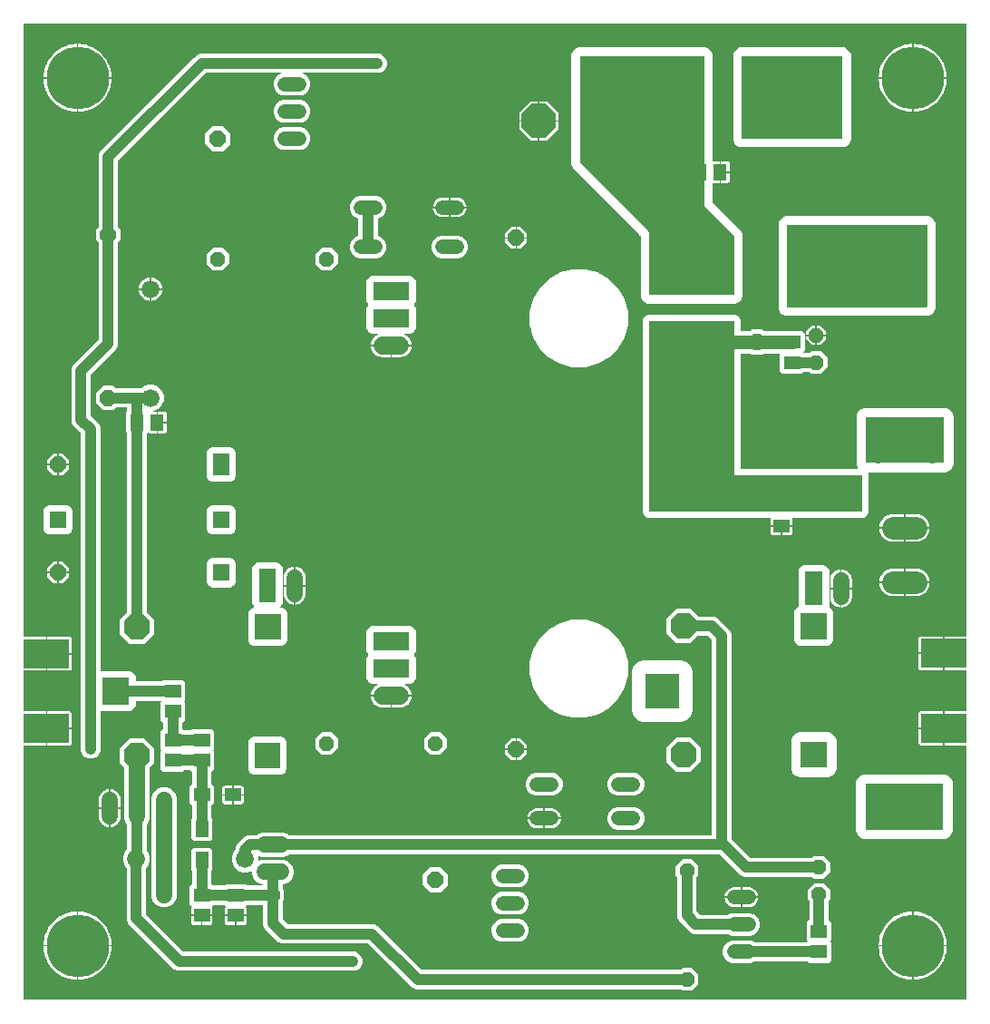
<source format=gbr>
G04 EAGLE Gerber RS-274X export*
G75*
%MOMM*%
%FSLAX34Y34*%
%LPD*%
%INBottom Copper*%
%IPPOS*%
%AMOC8*
5,1,8,0,0,1.08239X$1,22.5*%
G01*
%ADD10R,1.300000X1.500000*%
%ADD11R,1.500000X1.300000*%
%ADD12P,3.409096X8X202.500000*%
%ADD13C,3.149600*%
%ADD14C,1.320800*%
%ADD15P,1.429621X8X292.500000*%
%ADD16P,1.429621X8X112.500000*%
%ADD17C,1.676400*%
%ADD18R,1.200000X1.500000*%
%ADD19R,1.500000X1.200000*%
%ADD20C,2.540000*%
%ADD21C,5.842000*%
%ADD22C,1.676400*%
%ADD23P,1.429621X8X202.500000*%
%ADD24P,1.429621X8X22.500000*%
%ADD25P,1.649562X8X22.500000*%
%ADD26P,1.649562X8X202.500000*%
%ADD27R,2.500000X2.500000*%
%ADD28R,4.191000X2.667000*%
%ADD29C,2.095500*%
%ADD30C,1.524000*%
%ADD31P,2.749271X8X292.500000*%
%ADD32P,2.597736X8X202.500000*%
%ADD33P,2.597736X8X22.500000*%
%ADD34P,1.649562X8X112.500000*%
%ADD35C,0.756400*%
%ADD36C,2.000000*%
%ADD37C,1.000000*%
%ADD38C,1.500000*%
%ADD39C,1.300000*%
%ADD40C,2.000000*%

G36*
X880050Y-369D02*
X880050Y-369D01*
X880101Y-367D01*
X880133Y-349D01*
X880169Y-341D01*
X880208Y-308D01*
X880253Y-284D01*
X880274Y-254D01*
X880302Y-231D01*
X880323Y-184D01*
X880353Y-142D01*
X880361Y-100D01*
X880373Y-72D01*
X880372Y-42D01*
X880380Y0D01*
X880380Y236771D01*
X880369Y236820D01*
X880367Y236871D01*
X880349Y236903D01*
X880341Y236939D01*
X880308Y236979D01*
X880284Y237023D01*
X880254Y237045D01*
X880231Y237073D01*
X880184Y237094D01*
X880142Y237123D01*
X880100Y237131D01*
X880072Y237144D01*
X880042Y237143D01*
X880000Y237151D01*
X859607Y237151D01*
X859607Y252645D01*
X859596Y252695D01*
X859594Y252746D01*
X859576Y252778D01*
X859568Y252814D01*
X859535Y252854D01*
X859511Y252898D01*
X859481Y252919D01*
X859457Y252948D01*
X859411Y252969D01*
X859369Y252998D01*
X859327Y253006D01*
X859299Y253019D01*
X859269Y253018D01*
X859227Y253026D01*
X858845Y253026D01*
X858845Y253027D01*
X859227Y253027D01*
X859277Y253039D01*
X859328Y253041D01*
X859360Y253058D01*
X859396Y253067D01*
X859435Y253099D01*
X859480Y253124D01*
X859501Y253154D01*
X859529Y253177D01*
X859550Y253224D01*
X859580Y253265D01*
X859588Y253307D01*
X859600Y253335D01*
X859599Y253366D01*
X859607Y253408D01*
X859607Y268902D01*
X880000Y268902D01*
X880050Y268914D01*
X880101Y268916D01*
X880133Y268933D01*
X880169Y268942D01*
X880208Y268974D01*
X880253Y268999D01*
X880274Y269029D01*
X880302Y269052D01*
X880323Y269099D01*
X880353Y269140D01*
X880361Y269182D01*
X880373Y269210D01*
X880372Y269241D01*
X880380Y269282D01*
X880380Y306663D01*
X880369Y306712D01*
X880367Y306763D01*
X880349Y306795D01*
X880341Y306831D01*
X880308Y306871D01*
X880284Y306915D01*
X880254Y306937D01*
X880231Y306965D01*
X880184Y306986D01*
X880142Y307015D01*
X880100Y307023D01*
X880072Y307036D01*
X880042Y307035D01*
X880000Y307043D01*
X859607Y307043D01*
X859607Y322537D01*
X859596Y322587D01*
X859594Y322638D01*
X859576Y322670D01*
X859568Y322706D01*
X859535Y322746D01*
X859511Y322790D01*
X859481Y322811D01*
X859457Y322840D01*
X859411Y322861D01*
X859369Y322890D01*
X859327Y322898D01*
X859299Y322911D01*
X859269Y322910D01*
X859227Y322918D01*
X858845Y322918D01*
X858845Y322919D01*
X859227Y322919D01*
X859277Y322931D01*
X859328Y322933D01*
X859360Y322950D01*
X859396Y322959D01*
X859435Y322991D01*
X859480Y323016D01*
X859501Y323046D01*
X859529Y323069D01*
X859550Y323116D01*
X859580Y323157D01*
X859588Y323199D01*
X859600Y323227D01*
X859599Y323258D01*
X859607Y323300D01*
X859607Y338794D01*
X880000Y338794D01*
X880050Y338806D01*
X880101Y338808D01*
X880133Y338825D01*
X880169Y338834D01*
X880208Y338866D01*
X880253Y338891D01*
X880274Y338921D01*
X880302Y338944D01*
X880323Y338991D01*
X880353Y339032D01*
X880361Y339074D01*
X880373Y339102D01*
X880373Y339110D01*
X880373Y339111D01*
X880372Y339134D01*
X880380Y339174D01*
X880380Y910000D01*
X880369Y910050D01*
X880367Y910101D01*
X880349Y910133D01*
X880341Y910169D01*
X880308Y910208D01*
X880284Y910253D01*
X880254Y910274D01*
X880231Y910302D01*
X880184Y910323D01*
X880142Y910353D01*
X880100Y910361D01*
X880072Y910373D01*
X880042Y910372D01*
X880000Y910380D01*
X0Y910380D01*
X-50Y910369D01*
X-101Y910367D01*
X-133Y910349D01*
X-169Y910341D01*
X-208Y910308D01*
X-253Y910284D01*
X-274Y910254D01*
X-302Y910231D01*
X-323Y910184D01*
X-353Y910142D01*
X-361Y910100D01*
X-373Y910072D01*
X-372Y910042D01*
X-380Y910000D01*
X-380Y338860D01*
X-369Y338810D01*
X-367Y338759D01*
X-349Y338727D01*
X-341Y338691D01*
X-308Y338651D01*
X-284Y338607D01*
X-254Y338586D01*
X-231Y338557D01*
X-184Y338536D01*
X-142Y338507D01*
X-100Y338499D01*
X-72Y338486D01*
X-42Y338487D01*
X0Y338479D01*
X20393Y338479D01*
X20393Y322985D01*
X20404Y322935D01*
X20406Y322884D01*
X20424Y322852D01*
X20432Y322816D01*
X20465Y322777D01*
X20489Y322732D01*
X20519Y322711D01*
X20542Y322682D01*
X20589Y322661D01*
X20631Y322632D01*
X20673Y322624D01*
X20701Y322611D01*
X20731Y322613D01*
X20773Y322604D01*
X21155Y322604D01*
X21155Y322603D01*
X20773Y322603D01*
X20723Y322591D01*
X20672Y322589D01*
X20640Y322572D01*
X20604Y322563D01*
X20565Y322531D01*
X20520Y322506D01*
X20499Y322476D01*
X20471Y322453D01*
X20450Y322406D01*
X20420Y322365D01*
X20412Y322323D01*
X20400Y322295D01*
X20401Y322264D01*
X20393Y322222D01*
X20393Y306728D01*
X0Y306728D01*
X-50Y306716D01*
X-101Y306714D01*
X-133Y306697D01*
X-169Y306688D01*
X-208Y306656D01*
X-253Y306631D01*
X-274Y306602D01*
X-302Y306578D01*
X-323Y306531D01*
X-353Y306490D01*
X-361Y306448D01*
X-373Y306420D01*
X-372Y306389D01*
X-380Y306348D01*
X-380Y268968D01*
X-369Y268918D01*
X-367Y268867D01*
X-349Y268835D01*
X-341Y268799D01*
X-308Y268759D01*
X-284Y268715D01*
X-254Y268694D01*
X-231Y268665D01*
X-184Y268644D01*
X-142Y268615D01*
X-100Y268607D01*
X-72Y268594D01*
X-42Y268595D01*
X0Y268587D01*
X20393Y268587D01*
X20393Y253093D01*
X20404Y253043D01*
X20406Y252992D01*
X20424Y252960D01*
X20432Y252924D01*
X20465Y252885D01*
X20489Y252840D01*
X20519Y252819D01*
X20542Y252790D01*
X20589Y252769D01*
X20631Y252740D01*
X20673Y252732D01*
X20701Y252719D01*
X20731Y252721D01*
X20773Y252712D01*
X21155Y252712D01*
X21155Y252711D01*
X20773Y252711D01*
X20723Y252699D01*
X20672Y252697D01*
X20640Y252680D01*
X20604Y252671D01*
X20565Y252639D01*
X20520Y252614D01*
X20499Y252584D01*
X20471Y252561D01*
X20450Y252514D01*
X20420Y252473D01*
X20412Y252431D01*
X20400Y252403D01*
X20401Y252372D01*
X20393Y252330D01*
X20393Y236836D01*
X0Y236836D01*
X-50Y236824D01*
X-101Y236822D01*
X-133Y236805D01*
X-169Y236796D01*
X-208Y236764D01*
X-253Y236739D01*
X-274Y236710D01*
X-302Y236686D01*
X-323Y236639D01*
X-353Y236598D01*
X-361Y236556D01*
X-373Y236528D01*
X-372Y236497D01*
X-380Y236456D01*
X-380Y0D01*
X-369Y-50D01*
X-367Y-101D01*
X-349Y-133D01*
X-341Y-169D01*
X-308Y-208D01*
X-284Y-253D01*
X-254Y-274D01*
X-231Y-302D01*
X-184Y-323D01*
X-142Y-353D01*
X-100Y-361D01*
X-72Y-373D01*
X-42Y-372D01*
X0Y-380D01*
X880000Y-380D01*
X880050Y-369D01*
G37*
%LPC*%
G36*
X707389Y441984D02*
X707389Y441984D01*
X707389Y442366D01*
X707378Y442416D01*
X707376Y442467D01*
X707358Y442499D01*
X707350Y442535D01*
X707317Y442574D01*
X707293Y442619D01*
X707263Y442640D01*
X707239Y442668D01*
X707193Y442689D01*
X707151Y442719D01*
X707109Y442727D01*
X707081Y442739D01*
X707051Y442738D01*
X707009Y442746D01*
X697349Y442746D01*
X697349Y448819D01*
X697416Y449070D01*
X697417Y449083D01*
X697422Y449096D01*
X697419Y449169D01*
X697422Y449243D01*
X697416Y449255D01*
X697416Y449269D01*
X697380Y449333D01*
X697350Y449400D01*
X697339Y449409D01*
X697333Y449421D01*
X697273Y449463D01*
X697216Y449510D01*
X697202Y449513D01*
X697191Y449521D01*
X697049Y449548D01*
X582931Y449548D01*
X580585Y450520D01*
X578790Y452315D01*
X577818Y454661D01*
X577818Y633729D01*
X578790Y636075D01*
X580585Y637870D01*
X582931Y638842D01*
X664209Y638842D01*
X666555Y637870D01*
X668350Y636075D01*
X669322Y633729D01*
X669322Y624291D01*
X669333Y624241D01*
X669335Y624190D01*
X669353Y624158D01*
X669361Y624122D01*
X669394Y624083D01*
X669418Y624038D01*
X669448Y624017D01*
X669471Y623989D01*
X669518Y623968D01*
X669560Y623938D01*
X669602Y623930D01*
X669630Y623918D01*
X669660Y623919D01*
X669702Y623911D01*
X678439Y623911D01*
X678513Y623928D01*
X678588Y623941D01*
X678598Y623948D01*
X678608Y623950D01*
X678637Y623974D01*
X678708Y624022D01*
X679717Y625031D01*
X689343Y625031D01*
X690377Y623997D01*
X690442Y623957D01*
X690504Y623913D01*
X690516Y623911D01*
X690524Y623906D01*
X690561Y623902D01*
X690646Y623886D01*
X726707Y623886D01*
X729051Y621542D01*
X729051Y605228D01*
X727977Y604154D01*
X727950Y604110D01*
X727915Y604073D01*
X727905Y604038D01*
X727885Y604007D01*
X727881Y603956D01*
X727866Y603907D01*
X727872Y603871D01*
X727869Y603834D01*
X727887Y603787D01*
X727896Y603736D01*
X727920Y603701D01*
X727930Y603672D01*
X727953Y603651D01*
X727977Y603616D01*
X728096Y603497D01*
X728161Y603457D01*
X728222Y603413D01*
X728234Y603411D01*
X728243Y603406D01*
X728280Y603402D01*
X728365Y603386D01*
X733646Y603386D01*
X733720Y603403D01*
X733795Y603416D01*
X733805Y603423D01*
X733815Y603425D01*
X733843Y603449D01*
X733915Y603497D01*
X735382Y604965D01*
X744168Y604965D01*
X750380Y598753D01*
X750380Y589967D01*
X744168Y583755D01*
X735382Y583755D01*
X733865Y585273D01*
X733800Y585313D01*
X733738Y585357D01*
X733726Y585359D01*
X733718Y585364D01*
X733681Y585368D01*
X733596Y585384D01*
X728365Y585384D01*
X728291Y585367D01*
X728216Y585354D01*
X728206Y585347D01*
X728196Y585345D01*
X728167Y585321D01*
X728096Y585273D01*
X726707Y583884D01*
X708393Y583884D01*
X706049Y586228D01*
X706049Y602504D01*
X706038Y602554D01*
X706036Y602605D01*
X706018Y602637D01*
X706010Y602673D01*
X705977Y602712D01*
X705953Y602757D01*
X705923Y602778D01*
X705900Y602806D01*
X705853Y602827D01*
X705811Y602857D01*
X705769Y602865D01*
X705741Y602877D01*
X705711Y602876D01*
X705669Y602884D01*
X690596Y602884D01*
X690522Y602867D01*
X690447Y602854D01*
X690437Y602847D01*
X690427Y602845D01*
X690398Y602821D01*
X690327Y602773D01*
X689343Y601789D01*
X679717Y601789D01*
X678708Y602798D01*
X678643Y602838D01*
X678581Y602882D01*
X678569Y602884D01*
X678561Y602889D01*
X678524Y602893D01*
X678439Y602909D01*
X669702Y602909D01*
X669652Y602898D01*
X669601Y602896D01*
X669569Y602878D01*
X669533Y602870D01*
X669494Y602837D01*
X669449Y602813D01*
X669428Y602783D01*
X669400Y602760D01*
X669379Y602713D01*
X669349Y602671D01*
X669341Y602629D01*
X669329Y602601D01*
X669330Y602571D01*
X669322Y602529D01*
X669322Y495712D01*
X669333Y495662D01*
X669335Y495611D01*
X669353Y495579D01*
X669361Y495543D01*
X669394Y495504D01*
X669418Y495459D01*
X669448Y495438D01*
X669471Y495410D01*
X669518Y495389D01*
X669560Y495359D01*
X669602Y495351D01*
X669630Y495339D01*
X669660Y495340D01*
X669702Y495332D01*
X778395Y495332D01*
X778433Y495341D01*
X778471Y495339D01*
X778516Y495360D01*
X778564Y495371D01*
X778594Y495396D01*
X778629Y495412D01*
X778660Y495450D01*
X778698Y495481D01*
X778713Y495517D01*
X778738Y495546D01*
X778748Y495594D01*
X778769Y495640D01*
X778767Y495678D01*
X778776Y495716D01*
X778763Y495775D01*
X778762Y495813D01*
X778752Y495831D01*
X778747Y495858D01*
X777383Y499149D01*
X777383Y544474D01*
X778812Y547922D01*
X781451Y550561D01*
X784899Y551989D01*
X860386Y551989D01*
X863834Y550561D01*
X866473Y547922D01*
X867902Y544474D01*
X867902Y499149D01*
X866473Y495701D01*
X863834Y493062D01*
X860386Y491633D01*
X788685Y491633D01*
X788648Y491624D01*
X788609Y491626D01*
X788564Y491605D01*
X788516Y491594D01*
X788487Y491569D01*
X788452Y491553D01*
X788421Y491515D01*
X788383Y491484D01*
X788367Y491448D01*
X788343Y491419D01*
X788332Y491371D01*
X788312Y491325D01*
X788313Y491287D01*
X788305Y491249D01*
X788317Y491190D01*
X788318Y491152D01*
X788328Y491134D01*
X788334Y491107D01*
X788702Y490219D01*
X788702Y454661D01*
X787730Y452315D01*
X785935Y450520D01*
X783589Y449548D01*
X717731Y449548D01*
X717718Y449545D01*
X717704Y449547D01*
X717634Y449526D01*
X717562Y449509D01*
X717552Y449500D01*
X717539Y449496D01*
X717486Y449446D01*
X717429Y449399D01*
X717423Y449386D01*
X717413Y449377D01*
X717388Y449308D01*
X717358Y449240D01*
X717358Y449227D01*
X717354Y449214D01*
X717364Y449070D01*
X717431Y448819D01*
X717431Y442746D01*
X707771Y442746D01*
X707721Y442735D01*
X707670Y442733D01*
X707638Y442715D01*
X707602Y442707D01*
X707563Y442674D01*
X707518Y442650D01*
X707497Y442620D01*
X707469Y442596D01*
X707448Y442550D01*
X707418Y442508D01*
X707410Y442466D01*
X707398Y442438D01*
X707399Y442408D01*
X707391Y442366D01*
X707391Y441984D01*
X707389Y441984D01*
G37*
%LPD*%
%LPC*%
G36*
X582533Y649478D02*
X582533Y649478D01*
X579452Y650754D01*
X577094Y653112D01*
X575818Y656193D01*
X575818Y712651D01*
X575801Y712725D01*
X575788Y712799D01*
X575781Y712810D01*
X575779Y712819D01*
X575755Y712848D01*
X575707Y712920D01*
X512324Y776302D01*
X511048Y779383D01*
X511048Y881777D01*
X512324Y884858D01*
X514682Y887216D01*
X517763Y888492D01*
X636667Y888492D01*
X639748Y887216D01*
X642106Y884858D01*
X643382Y881777D01*
X643382Y782581D01*
X643393Y782531D01*
X643395Y782480D01*
X643413Y782448D01*
X643421Y782412D01*
X643454Y782373D01*
X643478Y782328D01*
X643508Y782307D01*
X643531Y782279D01*
X643578Y782258D01*
X643620Y782228D01*
X643662Y782220D01*
X643690Y782208D01*
X643720Y782209D01*
X643762Y782201D01*
X649454Y782201D01*
X649454Y772541D01*
X649465Y772491D01*
X649467Y772440D01*
X649485Y772408D01*
X649493Y772372D01*
X649526Y772333D01*
X649550Y772288D01*
X649580Y772267D01*
X649603Y772239D01*
X649650Y772218D01*
X649692Y772188D01*
X649734Y772180D01*
X649762Y772168D01*
X649792Y772169D01*
X649834Y772161D01*
X650216Y772161D01*
X650216Y772159D01*
X649834Y772159D01*
X649784Y772148D01*
X649733Y772146D01*
X649701Y772128D01*
X649665Y772120D01*
X649626Y772087D01*
X649581Y772063D01*
X649560Y772033D01*
X649532Y772009D01*
X649511Y771963D01*
X649481Y771921D01*
X649473Y771879D01*
X649461Y771851D01*
X649462Y771821D01*
X649454Y771779D01*
X649454Y762119D01*
X643762Y762119D01*
X643712Y762108D01*
X643661Y762106D01*
X643629Y762088D01*
X643593Y762080D01*
X643554Y762047D01*
X643509Y762023D01*
X643488Y761993D01*
X643460Y761970D01*
X643439Y761923D01*
X643409Y761881D01*
X643401Y761839D01*
X643389Y761811D01*
X643390Y761781D01*
X643382Y761739D01*
X643382Y744039D01*
X643399Y743965D01*
X643412Y743891D01*
X643419Y743880D01*
X643421Y743871D01*
X643445Y743842D01*
X643493Y743770D01*
X670046Y717218D01*
X671322Y714137D01*
X671322Y656193D01*
X670046Y653112D01*
X667688Y650754D01*
X664607Y649478D01*
X582533Y649478D01*
G37*
%LPD*%
%LPC*%
G36*
X614732Y7810D02*
X614732Y7810D01*
X613240Y9303D01*
X613175Y9343D01*
X613113Y9387D01*
X613101Y9389D01*
X613093Y9394D01*
X613056Y9398D01*
X612971Y9414D01*
X365875Y9414D01*
X362566Y10785D01*
X359981Y13370D01*
X321503Y51848D01*
X321439Y51888D01*
X321377Y51932D01*
X321364Y51934D01*
X321356Y51939D01*
X321319Y51943D01*
X321234Y51959D01*
X240780Y51959D01*
X237471Y53330D01*
X224780Y66021D01*
X223409Y69330D01*
X223409Y87749D01*
X223398Y87799D01*
X223396Y87850D01*
X223378Y87882D01*
X223370Y87918D01*
X223337Y87957D01*
X223313Y88002D01*
X223283Y88023D01*
X223260Y88051D01*
X223213Y88072D01*
X223171Y88102D01*
X223129Y88110D01*
X223101Y88122D01*
X223071Y88121D01*
X223029Y88129D01*
X208615Y88129D01*
X208541Y88112D01*
X208466Y88099D01*
X208456Y88092D01*
X208446Y88090D01*
X208417Y88066D01*
X208346Y88018D01*
X207194Y86866D01*
X207167Y86823D01*
X207133Y86786D01*
X207122Y86750D01*
X207103Y86719D01*
X207098Y86669D01*
X207084Y86620D01*
X207090Y86583D01*
X207086Y86547D01*
X207105Y86499D01*
X207113Y86449D01*
X207137Y86413D01*
X207148Y86385D01*
X207170Y86364D01*
X207194Y86329D01*
X207333Y86190D01*
X207668Y85611D01*
X207841Y84965D01*
X207841Y78891D01*
X198181Y78891D01*
X198131Y78880D01*
X198080Y78878D01*
X198048Y78860D01*
X198012Y78852D01*
X197973Y78819D01*
X197928Y78795D01*
X197907Y78765D01*
X197879Y78741D01*
X197858Y78695D01*
X197828Y78653D01*
X197820Y78611D01*
X197808Y78583D01*
X197809Y78553D01*
X197801Y78511D01*
X197801Y78129D01*
X197799Y78129D01*
X197799Y78511D01*
X197787Y78561D01*
X197786Y78612D01*
X197768Y78644D01*
X197760Y78680D01*
X197727Y78719D01*
X197703Y78764D01*
X197673Y78785D01*
X197649Y78813D01*
X197603Y78834D01*
X197561Y78864D01*
X197519Y78872D01*
X197491Y78884D01*
X197461Y78883D01*
X197419Y78891D01*
X187759Y78891D01*
X187759Y84965D01*
X187932Y85611D01*
X188267Y86190D01*
X188406Y86329D01*
X188432Y86372D01*
X188467Y86410D01*
X188478Y86445D01*
X188497Y86476D01*
X188502Y86527D01*
X188516Y86576D01*
X188510Y86612D01*
X188514Y86648D01*
X188495Y86696D01*
X188487Y86746D01*
X188463Y86782D01*
X188452Y86810D01*
X188429Y86831D01*
X188406Y86866D01*
X187254Y88018D01*
X187190Y88058D01*
X187128Y88102D01*
X187115Y88104D01*
X187107Y88109D01*
X187070Y88113D01*
X186985Y88129D01*
X176867Y88129D01*
X176793Y88112D01*
X176718Y88099D01*
X176708Y88092D01*
X176698Y88090D01*
X176670Y88066D01*
X176598Y88018D01*
X175447Y86866D01*
X175420Y86823D01*
X175385Y86786D01*
X175375Y86750D01*
X175356Y86719D01*
X175351Y86669D01*
X175336Y86620D01*
X175342Y86583D01*
X175339Y86547D01*
X175357Y86499D01*
X175366Y86449D01*
X175390Y86413D01*
X175401Y86385D01*
X175423Y86364D01*
X175447Y86329D01*
X175586Y86190D01*
X175920Y85611D01*
X176093Y84965D01*
X176093Y78891D01*
X166434Y78891D01*
X166384Y78880D01*
X166333Y78878D01*
X166301Y78860D01*
X166265Y78852D01*
X166225Y78819D01*
X166181Y78795D01*
X166160Y78765D01*
X166131Y78741D01*
X166110Y78695D01*
X166081Y78653D01*
X166073Y78611D01*
X166060Y78583D01*
X166061Y78553D01*
X166053Y78511D01*
X166053Y78129D01*
X166052Y78129D01*
X166052Y78511D01*
X166040Y78561D01*
X166038Y78612D01*
X166021Y78644D01*
X166012Y78680D01*
X165980Y78719D01*
X165955Y78764D01*
X165925Y78785D01*
X165902Y78813D01*
X165855Y78834D01*
X165814Y78864D01*
X165772Y78872D01*
X165744Y78884D01*
X165713Y78883D01*
X165671Y78891D01*
X156012Y78891D01*
X156012Y84965D01*
X156185Y85611D01*
X156519Y86190D01*
X156658Y86329D01*
X156685Y86372D01*
X156720Y86410D01*
X156730Y86445D01*
X156749Y86476D01*
X156754Y86527D01*
X156769Y86576D01*
X156763Y86612D01*
X156766Y86648D01*
X156748Y86696D01*
X156739Y86746D01*
X156715Y86782D01*
X156704Y86810D01*
X156682Y86831D01*
X156658Y86867D01*
X154552Y88973D01*
X154552Y105287D01*
X156940Y107676D01*
X156980Y107740D01*
X157024Y107802D01*
X157026Y107815D01*
X157032Y107823D01*
X157035Y107860D01*
X157052Y107945D01*
X157052Y119650D01*
X157034Y119724D01*
X157021Y119799D01*
X157015Y119809D01*
X157012Y119819D01*
X156989Y119848D01*
X156940Y119919D01*
X156052Y120808D01*
X156052Y139122D01*
X158395Y141466D01*
X173710Y141466D01*
X176053Y139122D01*
X176053Y120808D01*
X175165Y119919D01*
X175125Y119855D01*
X175081Y119793D01*
X175079Y119781D01*
X175073Y119772D01*
X175070Y119735D01*
X175053Y119650D01*
X175053Y107945D01*
X175071Y107871D01*
X175084Y107796D01*
X175090Y107786D01*
X175093Y107776D01*
X175116Y107747D01*
X175165Y107676D01*
X176598Y106242D01*
X176663Y106202D01*
X176725Y106158D01*
X176737Y106156D01*
X176746Y106151D01*
X176783Y106147D01*
X176867Y106131D01*
X186985Y106131D01*
X187059Y106148D01*
X187134Y106161D01*
X187144Y106168D01*
X187154Y106170D01*
X187183Y106194D01*
X187254Y106242D01*
X188643Y107631D01*
X206957Y107631D01*
X208346Y106242D01*
X208410Y106202D01*
X208472Y106158D01*
X208484Y106156D01*
X208493Y106151D01*
X208530Y106147D01*
X208615Y106131D01*
X223029Y106131D01*
X223079Y106142D01*
X223130Y106144D01*
X223162Y106162D01*
X223198Y106170D01*
X223237Y106203D01*
X223282Y106227D01*
X223303Y106257D01*
X223331Y106280D01*
X223352Y106327D01*
X223382Y106369D01*
X223390Y106411D01*
X223402Y106439D01*
X223401Y106469D01*
X223409Y106511D01*
X223409Y106744D01*
X223398Y106794D01*
X223396Y106845D01*
X223378Y106877D01*
X223370Y106913D01*
X223337Y106952D01*
X223313Y106997D01*
X223283Y107018D01*
X223260Y107046D01*
X223213Y107067D01*
X223171Y107097D01*
X223129Y107105D01*
X223101Y107117D01*
X223071Y107116D01*
X223029Y107124D01*
X222478Y107124D01*
X218207Y108893D01*
X214938Y112162D01*
X213169Y116433D01*
X213169Y119652D01*
X213160Y119690D01*
X213162Y119728D01*
X213141Y119773D01*
X213130Y119821D01*
X213105Y119851D01*
X213089Y119886D01*
X213051Y119917D01*
X213020Y119955D01*
X212984Y119970D01*
X212955Y119995D01*
X212907Y120005D01*
X212861Y120025D01*
X212823Y120024D01*
X212785Y120032D01*
X212726Y120020D01*
X212688Y120019D01*
X212670Y120009D01*
X212644Y120004D01*
X208838Y118427D01*
X203912Y118427D01*
X199361Y120312D01*
X195877Y123796D01*
X193992Y128347D01*
X193992Y133273D01*
X195877Y137824D01*
X197263Y139210D01*
X197303Y139274D01*
X197347Y139336D01*
X197349Y139348D01*
X197354Y139357D01*
X197358Y139394D01*
X197374Y139479D01*
X197374Y140855D01*
X198745Y144164D01*
X206356Y151775D01*
X209665Y153146D01*
X217199Y153146D01*
X217273Y153163D01*
X217348Y153176D01*
X217358Y153183D01*
X217368Y153185D01*
X217397Y153209D01*
X217468Y153257D01*
X218207Y153997D01*
X222478Y155766D01*
X242342Y155766D01*
X246613Y153997D01*
X247352Y153257D01*
X247417Y153217D01*
X247479Y153173D01*
X247491Y153171D01*
X247499Y153166D01*
X247536Y153162D01*
X247621Y153146D01*
X642129Y153146D01*
X642179Y153157D01*
X642230Y153159D01*
X642262Y153177D01*
X642298Y153185D01*
X642337Y153218D01*
X642382Y153242D01*
X642403Y153272D01*
X642431Y153295D01*
X642452Y153342D01*
X642482Y153384D01*
X642490Y153426D01*
X642502Y153454D01*
X642501Y153484D01*
X642509Y153526D01*
X642509Y335204D01*
X642492Y335278D01*
X642479Y335353D01*
X642472Y335363D01*
X642470Y335373D01*
X642446Y335402D01*
X642398Y335473D01*
X638663Y339208D01*
X638599Y339248D01*
X638536Y339292D01*
X638524Y339294D01*
X638516Y339299D01*
X638479Y339303D01*
X638394Y339319D01*
X629445Y339319D01*
X629371Y339302D01*
X629296Y339289D01*
X629286Y339282D01*
X629276Y339280D01*
X629248Y339256D01*
X629176Y339208D01*
X622288Y332319D01*
X609032Y332319D01*
X599659Y341692D01*
X599659Y354948D01*
X609032Y364321D01*
X622288Y364321D01*
X629176Y357432D01*
X629241Y357392D01*
X629303Y357348D01*
X629315Y357346D01*
X629324Y357341D01*
X629361Y357337D01*
X629445Y357321D01*
X644070Y357321D01*
X647379Y355950D01*
X659140Y344189D01*
X660511Y340880D01*
X660511Y149936D01*
X660528Y149862D01*
X660541Y149787D01*
X660548Y149777D01*
X660550Y149767D01*
X660574Y149738D01*
X660622Y149667D01*
X677987Y132302D01*
X678051Y132262D01*
X678114Y132218D01*
X678126Y132216D01*
X678134Y132211D01*
X678171Y132207D01*
X678256Y132191D01*
X736161Y132191D01*
X736235Y132208D01*
X736310Y132221D01*
X736320Y132228D01*
X736330Y132230D01*
X736358Y132254D01*
X736430Y132302D01*
X737922Y133795D01*
X746708Y133795D01*
X752920Y127583D01*
X752920Y118797D01*
X746708Y112585D01*
X737922Y112585D01*
X736430Y114078D01*
X736365Y114118D01*
X736303Y114162D01*
X736291Y114164D01*
X736283Y114169D01*
X736246Y114173D01*
X736161Y114189D01*
X672580Y114189D01*
X669271Y115560D01*
X649798Y135033D01*
X649734Y135073D01*
X649671Y135117D01*
X649659Y135119D01*
X649651Y135124D01*
X649614Y135128D01*
X649529Y135144D01*
X247621Y135144D01*
X247547Y135127D01*
X247472Y135114D01*
X247462Y135107D01*
X247452Y135105D01*
X247423Y135081D01*
X247352Y135033D01*
X246613Y134293D01*
X242342Y132524D01*
X222478Y132524D01*
X219210Y133878D01*
X219184Y133882D01*
X219161Y133895D01*
X219100Y133896D01*
X219039Y133906D01*
X219014Y133899D01*
X218988Y133900D01*
X218932Y133874D01*
X218873Y133856D01*
X218854Y133838D01*
X218831Y133827D01*
X218792Y133779D01*
X218747Y133737D01*
X218738Y133713D01*
X218722Y133692D01*
X218708Y133632D01*
X218687Y133574D01*
X218690Y133549D01*
X218684Y133523D01*
X218701Y133439D01*
X218705Y133402D01*
X218710Y133393D01*
X218713Y133381D01*
X218758Y133273D01*
X218758Y129394D01*
X218767Y129356D01*
X218765Y129318D01*
X218786Y129273D01*
X218797Y129225D01*
X218822Y129195D01*
X218838Y129160D01*
X218876Y129129D01*
X218907Y129091D01*
X218943Y129076D01*
X218972Y129051D01*
X219020Y129041D01*
X219066Y129020D01*
X219104Y129022D01*
X219142Y129013D01*
X219201Y129026D01*
X219239Y129027D01*
X219257Y129037D01*
X219283Y129042D01*
X222478Y130366D01*
X242342Y130366D01*
X246613Y128597D01*
X249882Y125328D01*
X251651Y121057D01*
X251651Y116433D01*
X249882Y112162D01*
X246613Y108893D01*
X242342Y107124D01*
X241791Y107124D01*
X241741Y107113D01*
X241690Y107111D01*
X241658Y107093D01*
X241622Y107085D01*
X241583Y107052D01*
X241538Y107028D01*
X241517Y106998D01*
X241489Y106975D01*
X241468Y106928D01*
X241438Y106886D01*
X241430Y106844D01*
X241418Y106816D01*
X241419Y106786D01*
X241411Y106744D01*
X241411Y103309D01*
X241428Y103235D01*
X241441Y103160D01*
X241448Y103150D01*
X241450Y103140D01*
X241474Y103112D01*
X241522Y103040D01*
X243015Y101548D01*
X243015Y92762D01*
X241522Y91270D01*
X241482Y91205D01*
X241438Y91143D01*
X241436Y91131D01*
X241431Y91123D01*
X241427Y91086D01*
X241411Y91001D01*
X241411Y75006D01*
X241428Y74932D01*
X241441Y74857D01*
X241448Y74847D01*
X241450Y74837D01*
X241474Y74808D01*
X241522Y74737D01*
X246187Y70072D01*
X246251Y70032D01*
X246314Y69988D01*
X246326Y69986D01*
X246334Y69981D01*
X246371Y69977D01*
X246456Y69961D01*
X326910Y69961D01*
X330219Y68590D01*
X332804Y66005D01*
X371282Y27527D01*
X371346Y27487D01*
X371409Y27443D01*
X371421Y27441D01*
X371429Y27436D01*
X371466Y27432D01*
X371551Y27416D01*
X612971Y27416D01*
X613045Y27433D01*
X613120Y27446D01*
X613130Y27453D01*
X613140Y27455D01*
X613168Y27479D01*
X613240Y27527D01*
X614732Y29020D01*
X623518Y29020D01*
X629730Y22808D01*
X629730Y14022D01*
X623518Y7810D01*
X614732Y7810D01*
G37*
%LPD*%
%LPC*%
G36*
X158395Y147464D02*
X158395Y147464D01*
X156052Y149808D01*
X156052Y168122D01*
X157096Y169167D01*
X157136Y169231D01*
X157180Y169293D01*
X157182Y169305D01*
X157188Y169314D01*
X157191Y169351D01*
X157208Y169436D01*
X157208Y180353D01*
X157190Y180427D01*
X157177Y180502D01*
X157170Y180512D01*
X157168Y180522D01*
X157144Y180550D01*
X157096Y180622D01*
X154708Y183010D01*
X154708Y198325D01*
X156940Y200558D01*
X156980Y200622D01*
X157024Y200684D01*
X157026Y200696D01*
X157032Y200705D01*
X157035Y200742D01*
X157052Y200826D01*
X157052Y212095D01*
X157034Y212169D01*
X157021Y212244D01*
X157015Y212254D01*
X157012Y212264D01*
X156989Y212293D01*
X156940Y212364D01*
X155507Y213798D01*
X155442Y213838D01*
X155380Y213882D01*
X155368Y213884D01*
X155359Y213889D01*
X155322Y213893D01*
X155238Y213909D01*
X149880Y213909D01*
X149806Y213892D01*
X149731Y213879D01*
X149721Y213872D01*
X149711Y213870D01*
X149682Y213846D01*
X149611Y213798D01*
X148222Y212409D01*
X129908Y212409D01*
X127564Y214753D01*
X127564Y231067D01*
X128638Y232141D01*
X128665Y232184D01*
X128700Y232222D01*
X128710Y232257D01*
X128730Y232288D01*
X128734Y232339D01*
X128749Y232388D01*
X128743Y232424D01*
X128746Y232461D01*
X128728Y232508D01*
X128719Y232559D01*
X128695Y232594D01*
X128685Y232623D01*
X128662Y232644D01*
X128638Y232679D01*
X127564Y233753D01*
X127564Y250067D01*
X129953Y252456D01*
X129993Y252520D01*
X130037Y252582D01*
X130039Y252595D01*
X130044Y252603D01*
X130048Y252640D01*
X130064Y252725D01*
X130064Y257815D01*
X130052Y257866D01*
X130051Y257910D01*
X130040Y257930D01*
X130034Y257964D01*
X130027Y257974D01*
X130025Y257984D01*
X130001Y258013D01*
X129969Y258060D01*
X129968Y258062D01*
X129967Y258063D01*
X129953Y258084D01*
X127564Y260473D01*
X127564Y276787D01*
X128638Y277861D01*
X128665Y277904D01*
X128700Y277942D01*
X128710Y277977D01*
X128730Y278008D01*
X128734Y278059D01*
X128749Y278108D01*
X128743Y278144D01*
X128746Y278181D01*
X128728Y278228D01*
X128719Y278279D01*
X128695Y278314D01*
X128685Y278343D01*
X128662Y278364D01*
X128638Y278399D01*
X128519Y278518D01*
X128455Y278558D01*
X128393Y278602D01*
X128380Y278604D01*
X128372Y278609D01*
X128335Y278613D01*
X128250Y278629D01*
X104552Y278629D01*
X104502Y278618D01*
X104451Y278616D01*
X104419Y278598D01*
X104383Y278590D01*
X104344Y278557D01*
X104299Y278533D01*
X104278Y278503D01*
X104250Y278480D01*
X104229Y278433D01*
X104199Y278391D01*
X104191Y278349D01*
X104179Y278321D01*
X104180Y278291D01*
X104172Y278249D01*
X104172Y274321D01*
X103200Y271975D01*
X101405Y270180D01*
X99059Y269208D01*
X72391Y269208D01*
X71757Y269471D01*
X71719Y269477D01*
X71683Y269493D01*
X71634Y269491D01*
X71586Y269499D01*
X71549Y269488D01*
X71510Y269486D01*
X71467Y269463D01*
X71420Y269448D01*
X71392Y269422D01*
X71358Y269404D01*
X71330Y269363D01*
X71294Y269329D01*
X71280Y269293D01*
X71258Y269262D01*
X71247Y269202D01*
X71234Y269167D01*
X71236Y269146D01*
X71231Y269120D01*
X71231Y231890D01*
X69860Y228581D01*
X67329Y226050D01*
X64020Y224679D01*
X60440Y224679D01*
X57131Y226050D01*
X54600Y228581D01*
X53229Y231890D01*
X53229Y528244D01*
X53212Y528318D01*
X53199Y528393D01*
X53192Y528403D01*
X53190Y528413D01*
X53166Y528442D01*
X53118Y528513D01*
X45710Y535921D01*
X44339Y539230D01*
X44339Y588530D01*
X45710Y591839D01*
X69628Y615757D01*
X69637Y615771D01*
X69641Y615774D01*
X69645Y615785D01*
X69668Y615821D01*
X69712Y615884D01*
X69714Y615896D01*
X69719Y615904D01*
X69723Y615941D01*
X69739Y616026D01*
X69739Y706149D01*
X69727Y706204D01*
X69726Y706225D01*
X69720Y706236D01*
X69709Y706298D01*
X69702Y706308D01*
X69700Y706318D01*
X69676Y706347D01*
X69628Y706418D01*
X67119Y708927D01*
X67119Y718553D01*
X69628Y721062D01*
X69646Y721091D01*
X69661Y721104D01*
X69678Y721141D01*
X69712Y721189D01*
X69714Y721201D01*
X69719Y721209D01*
X69722Y721239D01*
X69732Y721262D01*
X69731Y721290D01*
X69739Y721331D01*
X69739Y787823D01*
X71110Y791131D01*
X158784Y878805D01*
X161369Y881390D01*
X164677Y882761D01*
X331990Y882761D01*
X335299Y881390D01*
X337830Y878859D01*
X339201Y875550D01*
X339201Y871970D01*
X337830Y868661D01*
X335299Y866130D01*
X331990Y864759D01*
X260623Y864759D01*
X260610Y864756D01*
X260598Y864758D01*
X260526Y864737D01*
X260454Y864720D01*
X260444Y864712D01*
X260432Y864708D01*
X260378Y864657D01*
X260321Y864610D01*
X260315Y864598D01*
X260306Y864589D01*
X260280Y864519D01*
X260250Y864451D01*
X260250Y864438D01*
X260246Y864426D01*
X260253Y864353D01*
X260256Y864278D01*
X260262Y864267D01*
X260264Y864254D01*
X260304Y864191D01*
X260339Y864126D01*
X260350Y864119D01*
X260357Y864108D01*
X260477Y864028D01*
X262801Y863065D01*
X265784Y860082D01*
X267399Y856184D01*
X267399Y851966D01*
X265784Y848068D01*
X262801Y845085D01*
X258903Y843470D01*
X241477Y843470D01*
X237579Y845085D01*
X234596Y848068D01*
X232981Y851966D01*
X232981Y856184D01*
X234596Y860082D01*
X237579Y863065D01*
X239903Y864028D01*
X239913Y864035D01*
X239926Y864038D01*
X239983Y864085D01*
X240043Y864129D01*
X240049Y864140D01*
X240059Y864148D01*
X240090Y864216D01*
X240125Y864282D01*
X240125Y864295D01*
X240130Y864307D01*
X240127Y864381D01*
X240130Y864455D01*
X240124Y864467D01*
X240124Y864480D01*
X240088Y864545D01*
X240057Y864612D01*
X240047Y864621D01*
X240041Y864632D01*
X239980Y864674D01*
X239923Y864721D01*
X239910Y864724D01*
X239899Y864732D01*
X239757Y864759D01*
X170353Y864759D01*
X170279Y864742D01*
X170205Y864729D01*
X170194Y864722D01*
X170185Y864720D01*
X170156Y864696D01*
X170085Y864648D01*
X87852Y782415D01*
X87812Y782351D01*
X87768Y782289D01*
X87766Y782277D01*
X87761Y782268D01*
X87757Y782231D01*
X87741Y782147D01*
X87741Y721331D01*
X87753Y721281D01*
X87754Y721234D01*
X87766Y721212D01*
X87771Y721182D01*
X87778Y721172D01*
X87780Y721162D01*
X87804Y721133D01*
X87829Y721097D01*
X87837Y721081D01*
X87841Y721079D01*
X87852Y721062D01*
X90361Y718553D01*
X90361Y708927D01*
X87852Y706418D01*
X87812Y706353D01*
X87768Y706291D01*
X87766Y706279D01*
X87761Y706271D01*
X87757Y706234D01*
X87752Y706206D01*
X87748Y706197D01*
X87748Y706187D01*
X87741Y706149D01*
X87741Y610350D01*
X86370Y607041D01*
X62452Y583123D01*
X62412Y583059D01*
X62368Y582996D01*
X62366Y582984D01*
X62361Y582976D01*
X62357Y582939D01*
X62341Y582854D01*
X62341Y544906D01*
X62358Y544832D01*
X62361Y544814D01*
X62362Y544798D01*
X62365Y544792D01*
X62371Y544757D01*
X62378Y544747D01*
X62380Y544737D01*
X62404Y544708D01*
X62437Y544659D01*
X62445Y544645D01*
X62448Y544643D01*
X62452Y544637D01*
X69860Y537229D01*
X71231Y533920D01*
X71231Y306190D01*
X71240Y306153D01*
X71238Y306114D01*
X71259Y306070D01*
X71270Y306022D01*
X71295Y305992D01*
X71311Y305957D01*
X71349Y305926D01*
X71380Y305888D01*
X71416Y305872D01*
X71445Y305848D01*
X71494Y305837D01*
X71539Y305817D01*
X71577Y305819D01*
X71615Y305810D01*
X71674Y305822D01*
X71712Y305824D01*
X71730Y305834D01*
X71757Y305839D01*
X72391Y306102D01*
X99059Y306102D01*
X101405Y305130D01*
X103200Y303335D01*
X104172Y300989D01*
X104172Y297011D01*
X104183Y296961D01*
X104185Y296910D01*
X104203Y296878D01*
X104211Y296842D01*
X104244Y296803D01*
X104268Y296758D01*
X104298Y296737D01*
X104321Y296709D01*
X104368Y296688D01*
X104410Y296658D01*
X104452Y296650D01*
X104480Y296638D01*
X104510Y296639D01*
X104552Y296631D01*
X128250Y296631D01*
X128324Y296648D01*
X128399Y296661D01*
X128409Y296668D01*
X128419Y296670D01*
X128448Y296694D01*
X128519Y296742D01*
X129908Y298131D01*
X148222Y298131D01*
X150566Y295787D01*
X150566Y279473D01*
X149492Y278399D01*
X149465Y278356D01*
X149430Y278318D01*
X149420Y278283D01*
X149400Y278252D01*
X149396Y278201D01*
X149381Y278152D01*
X149387Y278116D01*
X149384Y278079D01*
X149402Y278032D01*
X149411Y277981D01*
X149435Y277946D01*
X149445Y277917D01*
X149468Y277896D01*
X149492Y277861D01*
X150566Y276787D01*
X150566Y260473D01*
X148177Y258084D01*
X148156Y258050D01*
X148144Y258040D01*
X148130Y258010D01*
X148093Y257958D01*
X148091Y257946D01*
X148086Y257937D01*
X148083Y257904D01*
X148073Y257882D01*
X148074Y257856D01*
X148066Y257815D01*
X148066Y252725D01*
X148083Y252651D01*
X148096Y252576D01*
X148103Y252566D01*
X148105Y252556D01*
X148129Y252527D01*
X148177Y252456D01*
X149611Y251022D01*
X149675Y250982D01*
X149737Y250938D01*
X149750Y250936D01*
X149758Y250931D01*
X149795Y250927D01*
X149880Y250911D01*
X155238Y250911D01*
X155312Y250928D01*
X155387Y250941D01*
X155397Y250948D01*
X155407Y250950D01*
X155435Y250974D01*
X155507Y251022D01*
X156895Y252411D01*
X175210Y252411D01*
X177553Y250067D01*
X177553Y233753D01*
X176479Y232679D01*
X176452Y232636D01*
X176418Y232598D01*
X176407Y232563D01*
X176388Y232532D01*
X176383Y232481D01*
X176369Y232432D01*
X176375Y232396D01*
X176371Y232359D01*
X176389Y232312D01*
X176398Y232261D01*
X176422Y232226D01*
X176433Y232197D01*
X176455Y232176D01*
X176479Y232141D01*
X177553Y231067D01*
X177553Y214753D01*
X175165Y212364D01*
X175125Y212300D01*
X175081Y212238D01*
X175079Y212225D01*
X175073Y212217D01*
X175070Y212180D01*
X175053Y212095D01*
X175053Y201049D01*
X175065Y200999D01*
X175067Y200948D01*
X175084Y200916D01*
X175093Y200880D01*
X175125Y200840D01*
X175150Y200796D01*
X175180Y200775D01*
X175203Y200746D01*
X175250Y200725D01*
X175291Y200696D01*
X175333Y200688D01*
X175356Y200677D01*
X177709Y198325D01*
X177709Y183010D01*
X175320Y180622D01*
X175280Y180557D01*
X175237Y180495D01*
X175234Y180483D01*
X175229Y180475D01*
X175225Y180438D01*
X175209Y180353D01*
X175209Y169124D01*
X175226Y169050D01*
X175239Y168975D01*
X175246Y168965D01*
X175249Y168955D01*
X175272Y168926D01*
X175320Y168855D01*
X176053Y168122D01*
X176053Y149808D01*
X173710Y147464D01*
X158395Y147464D01*
G37*
%LPD*%
G36*
X662990Y657491D02*
X662990Y657491D01*
X663041Y657493D01*
X663073Y657511D01*
X663109Y657519D01*
X663148Y657552D01*
X663193Y657576D01*
X663214Y657606D01*
X663242Y657629D01*
X663263Y657676D01*
X663293Y657718D01*
X663301Y657760D01*
X663313Y657788D01*
X663312Y657818D01*
X663320Y657860D01*
X663320Y712470D01*
X663303Y712544D01*
X663290Y712619D01*
X663283Y712629D01*
X663281Y712639D01*
X663257Y712668D01*
X663209Y712739D01*
X635380Y740568D01*
X635380Y880110D01*
X635369Y880160D01*
X635367Y880211D01*
X635349Y880243D01*
X635341Y880279D01*
X635308Y880318D01*
X635284Y880363D01*
X635254Y880384D01*
X635231Y880412D01*
X635184Y880433D01*
X635142Y880463D01*
X635100Y880471D01*
X635072Y880483D01*
X635042Y880482D01*
X635000Y880490D01*
X519430Y880490D01*
X519380Y880479D01*
X519329Y880477D01*
X519297Y880459D01*
X519261Y880451D01*
X519222Y880418D01*
X519177Y880394D01*
X519156Y880364D01*
X519128Y880341D01*
X519107Y880294D01*
X519077Y880252D01*
X519069Y880210D01*
X519057Y880182D01*
X519058Y880152D01*
X519050Y880110D01*
X519050Y781050D01*
X519062Y780998D01*
X519063Y780960D01*
X519073Y780943D01*
X519080Y780901D01*
X519087Y780891D01*
X519089Y780881D01*
X519113Y780852D01*
X519161Y780781D01*
X583820Y716123D01*
X583820Y657860D01*
X583831Y657810D01*
X583833Y657759D01*
X583851Y657727D01*
X583859Y657691D01*
X583892Y657652D01*
X583916Y657607D01*
X583946Y657586D01*
X583969Y657558D01*
X584016Y657537D01*
X584058Y657507D01*
X584100Y657499D01*
X584128Y657487D01*
X584158Y657488D01*
X584200Y657480D01*
X662940Y657480D01*
X662990Y657491D01*
G37*
G36*
X782370Y455561D02*
X782370Y455561D01*
X782421Y455563D01*
X782453Y455581D01*
X782489Y455589D01*
X782528Y455622D01*
X782573Y455646D01*
X782594Y455676D01*
X782622Y455699D01*
X782643Y455746D01*
X782673Y455788D01*
X782681Y455830D01*
X782693Y455858D01*
X782692Y455888D01*
X782700Y455930D01*
X782700Y488950D01*
X782689Y489000D01*
X782687Y489051D01*
X782669Y489083D01*
X782661Y489119D01*
X782628Y489158D01*
X782604Y489203D01*
X782574Y489224D01*
X782551Y489252D01*
X782504Y489273D01*
X782462Y489303D01*
X782420Y489311D01*
X782392Y489323D01*
X782362Y489322D01*
X782320Y489330D01*
X663320Y489330D01*
X663320Y632460D01*
X663309Y632510D01*
X663307Y632561D01*
X663289Y632593D01*
X663281Y632629D01*
X663248Y632668D01*
X663224Y632713D01*
X663194Y632734D01*
X663171Y632762D01*
X663124Y632783D01*
X663082Y632813D01*
X663040Y632821D01*
X663012Y632833D01*
X662982Y632832D01*
X662940Y632840D01*
X584200Y632840D01*
X584150Y632829D01*
X584099Y632827D01*
X584067Y632809D01*
X584031Y632801D01*
X583992Y632768D01*
X583947Y632744D01*
X583926Y632714D01*
X583898Y632691D01*
X583877Y632644D01*
X583847Y632602D01*
X583839Y632560D01*
X583827Y632532D01*
X583828Y632502D01*
X583820Y632460D01*
X583820Y455930D01*
X583831Y455880D01*
X583833Y455829D01*
X583851Y455797D01*
X583859Y455761D01*
X583892Y455722D01*
X583916Y455677D01*
X583946Y455656D01*
X583969Y455628D01*
X584016Y455607D01*
X584058Y455577D01*
X584100Y455569D01*
X584128Y455557D01*
X584158Y455558D01*
X584200Y455550D01*
X782320Y455550D01*
X782370Y455561D01*
G37*
%LPC*%
G36*
X711438Y638048D02*
X711438Y638048D01*
X708357Y639324D01*
X705999Y641682D01*
X704723Y644763D01*
X704723Y724297D01*
X705999Y727378D01*
X708357Y729736D01*
X711438Y731012D01*
X844630Y731012D01*
X847710Y729736D01*
X850068Y727378D01*
X851344Y724297D01*
X851344Y644763D01*
X850068Y641682D01*
X847710Y639324D01*
X844630Y638048D01*
X711438Y638048D01*
G37*
%LPD*%
%LPC*%
G36*
X668893Y795528D02*
X668893Y795528D01*
X665812Y796804D01*
X663454Y799162D01*
X662178Y802243D01*
X662178Y881777D01*
X663454Y884858D01*
X665812Y887216D01*
X668893Y888492D01*
X765572Y888492D01*
X768653Y887216D01*
X771011Y884858D01*
X772287Y881777D01*
X772287Y802243D01*
X771011Y799162D01*
X768653Y796804D01*
X765572Y795528D01*
X668893Y795528D01*
G37*
%LPD*%
G36*
X843012Y646061D02*
X843012Y646061D01*
X843063Y646063D01*
X843095Y646081D01*
X843131Y646089D01*
X843171Y646122D01*
X843215Y646146D01*
X843237Y646176D01*
X843265Y646199D01*
X843286Y646246D01*
X843315Y646288D01*
X843323Y646330D01*
X843336Y646358D01*
X843335Y646388D01*
X843343Y646430D01*
X843343Y722630D01*
X843331Y722680D01*
X843329Y722731D01*
X843312Y722763D01*
X843303Y722799D01*
X843271Y722838D01*
X843246Y722883D01*
X843216Y722904D01*
X843193Y722932D01*
X843146Y722953D01*
X843105Y722983D01*
X843063Y722991D01*
X843035Y723003D01*
X843004Y723002D01*
X842963Y723010D01*
X713105Y723010D01*
X713055Y722999D01*
X713004Y722997D01*
X712972Y722979D01*
X712936Y722971D01*
X712897Y722938D01*
X712852Y722914D01*
X712831Y722884D01*
X712803Y722861D01*
X712782Y722814D01*
X712752Y722772D01*
X712744Y722730D01*
X712732Y722702D01*
X712733Y722672D01*
X712725Y722630D01*
X712725Y646430D01*
X712736Y646380D01*
X712738Y646329D01*
X712756Y646297D01*
X712764Y646261D01*
X712797Y646222D01*
X712821Y646177D01*
X712851Y646156D01*
X712874Y646128D01*
X712921Y646107D01*
X712963Y646077D01*
X713005Y646069D01*
X713033Y646057D01*
X713063Y646058D01*
X713105Y646050D01*
X842963Y646050D01*
X843012Y646061D01*
G37*
%LPC*%
G36*
X143330Y26559D02*
X143330Y26559D01*
X140022Y27930D01*
X97145Y70807D01*
X95774Y74115D01*
X95774Y122141D01*
X95757Y122215D01*
X95744Y122290D01*
X95737Y122300D01*
X95735Y122310D01*
X95711Y122339D01*
X95663Y122410D01*
X94277Y123796D01*
X92392Y128347D01*
X92392Y133273D01*
X94277Y137824D01*
X96298Y139845D01*
X96338Y139909D01*
X96382Y139971D01*
X96384Y139983D01*
X96389Y139992D01*
X96393Y140029D01*
X96409Y140114D01*
X96409Y163224D01*
X96392Y163298D01*
X96379Y163373D01*
X96372Y163383D01*
X96370Y163393D01*
X96346Y163422D01*
X96298Y163493D01*
X95558Y164232D01*
X93789Y168503D01*
X93789Y188367D01*
X93908Y188653D01*
X93908Y188655D01*
X93909Y188656D01*
X93937Y188798D01*
X93937Y216400D01*
X93923Y216457D01*
X93923Y216463D01*
X93921Y216467D01*
X93919Y216474D01*
X93906Y216549D01*
X93900Y216559D01*
X93897Y216568D01*
X93874Y216597D01*
X93825Y216669D01*
X89437Y221057D01*
X89437Y234313D01*
X98810Y243686D01*
X112065Y243686D01*
X121438Y234313D01*
X121438Y221057D01*
X117050Y216669D01*
X117010Y216604D01*
X116966Y216542D01*
X116964Y216530D01*
X116958Y216521D01*
X116955Y216484D01*
X116938Y216400D01*
X116938Y188665D01*
X116939Y188664D01*
X116938Y188662D01*
X116967Y188520D01*
X117031Y188367D01*
X117031Y168503D01*
X115262Y164232D01*
X114522Y163493D01*
X114482Y163428D01*
X114438Y163366D01*
X114436Y163354D01*
X114431Y163346D01*
X114427Y163309D01*
X114411Y163224D01*
X114411Y138844D01*
X114428Y138770D01*
X114441Y138695D01*
X114448Y138685D01*
X114450Y138675D01*
X114474Y138646D01*
X114522Y138575D01*
X115273Y137824D01*
X117158Y133273D01*
X117158Y128347D01*
X115273Y123796D01*
X113887Y122410D01*
X113847Y122346D01*
X113803Y122284D01*
X113801Y122272D01*
X113796Y122263D01*
X113792Y122226D01*
X113776Y122141D01*
X113776Y79791D01*
X113793Y79717D01*
X113806Y79643D01*
X113813Y79632D01*
X113815Y79623D01*
X113839Y79594D01*
X113887Y79523D01*
X148738Y44672D01*
X148802Y44632D01*
X148864Y44588D01*
X148876Y44586D01*
X148885Y44581D01*
X148922Y44577D01*
X149006Y44561D01*
X309130Y44561D01*
X312439Y43190D01*
X314970Y40659D01*
X316341Y37350D01*
X316341Y33770D01*
X314970Y30461D01*
X312439Y27930D01*
X309130Y26559D01*
X143330Y26559D01*
G37*
%LPD*%
G36*
X763955Y803541D02*
X763955Y803541D01*
X764006Y803543D01*
X764038Y803561D01*
X764074Y803569D01*
X764113Y803602D01*
X764158Y803626D01*
X764179Y803656D01*
X764207Y803679D01*
X764228Y803726D01*
X764258Y803768D01*
X764266Y803810D01*
X764278Y803838D01*
X764277Y803868D01*
X764285Y803910D01*
X764285Y880110D01*
X764274Y880160D01*
X764272Y880211D01*
X764254Y880243D01*
X764246Y880279D01*
X764213Y880318D01*
X764189Y880363D01*
X764159Y880384D01*
X764136Y880412D01*
X764089Y880433D01*
X764047Y880463D01*
X764005Y880471D01*
X763977Y880483D01*
X763947Y880482D01*
X763905Y880490D01*
X670560Y880490D01*
X670510Y880479D01*
X670459Y880477D01*
X670427Y880459D01*
X670391Y880451D01*
X670352Y880418D01*
X670307Y880394D01*
X670286Y880364D01*
X670258Y880341D01*
X670237Y880294D01*
X670207Y880252D01*
X670199Y880210D01*
X670187Y880182D01*
X670188Y880152D01*
X670180Y880110D01*
X670180Y803910D01*
X670191Y803860D01*
X670193Y803809D01*
X670211Y803777D01*
X670219Y803741D01*
X670252Y803702D01*
X670276Y803657D01*
X670306Y803636D01*
X670329Y803608D01*
X670376Y803587D01*
X670418Y803557D01*
X670460Y803549D01*
X670488Y803537D01*
X670518Y803538D01*
X670560Y803530D01*
X763905Y803530D01*
X763955Y803541D01*
G37*
%LPC*%
G36*
X512116Y589724D02*
X512116Y589724D01*
X500439Y592853D01*
X489970Y598897D01*
X481422Y607445D01*
X475378Y617914D01*
X473927Y623330D01*
X473927Y623331D01*
X473417Y625232D01*
X472908Y627133D01*
X472249Y629591D01*
X472249Y641679D01*
X475378Y653356D01*
X481422Y663825D01*
X489970Y672373D01*
X500439Y678417D01*
X512116Y681546D01*
X524204Y681546D01*
X535881Y678417D01*
X546350Y672373D01*
X554898Y663825D01*
X560942Y653356D01*
X561196Y652408D01*
X561705Y650507D01*
X564071Y641679D01*
X564071Y629591D01*
X560942Y617914D01*
X554898Y607445D01*
X546350Y598897D01*
X535881Y592853D01*
X524204Y589724D01*
X512116Y589724D01*
G37*
%LPD*%
%LPC*%
G36*
X512116Y262699D02*
X512116Y262699D01*
X500439Y265828D01*
X489970Y271872D01*
X481422Y280420D01*
X475378Y290889D01*
X472599Y301259D01*
X472249Y302566D01*
X472249Y314654D01*
X475378Y326331D01*
X481422Y336800D01*
X489970Y345348D01*
X500439Y351392D01*
X512116Y354521D01*
X524204Y354521D01*
X535881Y351392D01*
X546350Y345348D01*
X554898Y336800D01*
X560942Y326331D01*
X564071Y314654D01*
X564071Y302566D01*
X560942Y290889D01*
X554898Y280420D01*
X546350Y271872D01*
X535881Y265828D01*
X524204Y262699D01*
X512116Y262699D01*
G37*
%LPD*%
%LPC*%
G36*
X98810Y331684D02*
X98810Y331684D01*
X89437Y341057D01*
X89437Y354313D01*
X96323Y361199D01*
X96363Y361264D01*
X96407Y361325D01*
X96409Y361338D01*
X96414Y361346D01*
X96418Y361383D01*
X96434Y361468D01*
X96434Y527665D01*
X96417Y527739D01*
X96404Y527814D01*
X96397Y527824D01*
X96395Y527834D01*
X96371Y527863D01*
X96323Y527934D01*
X94934Y529323D01*
X94934Y547637D01*
X96323Y549026D01*
X96363Y549090D01*
X96407Y549152D01*
X96409Y549164D01*
X96414Y549173D01*
X96418Y549210D01*
X96434Y549295D01*
X96434Y551959D01*
X96423Y552009D01*
X96421Y552060D01*
X96403Y552092D01*
X96395Y552128D01*
X96362Y552167D01*
X96338Y552212D01*
X96308Y552233D01*
X96285Y552261D01*
X96238Y552282D01*
X96196Y552312D01*
X96154Y552320D01*
X96126Y552332D01*
X96096Y552331D01*
X96054Y552339D01*
X86331Y552339D01*
X86257Y552322D01*
X86182Y552309D01*
X86172Y552302D01*
X86162Y552300D01*
X86133Y552276D01*
X86062Y552228D01*
X83553Y549719D01*
X73927Y549719D01*
X67119Y556527D01*
X67119Y566153D01*
X73927Y572961D01*
X83553Y572961D01*
X86062Y570452D01*
X86127Y570412D01*
X86189Y570368D01*
X86201Y570366D01*
X86209Y570361D01*
X86246Y570357D01*
X86331Y570341D01*
X109441Y570341D01*
X109515Y570358D01*
X109590Y570371D01*
X109600Y570378D01*
X109610Y570380D01*
X109639Y570404D01*
X109710Y570452D01*
X111096Y571838D01*
X115647Y573723D01*
X120573Y573723D01*
X125124Y571838D01*
X128608Y568354D01*
X130493Y563803D01*
X130493Y558877D01*
X128608Y554326D01*
X125124Y550842D01*
X121285Y549252D01*
X121275Y549245D01*
X121262Y549242D01*
X121205Y549195D01*
X121145Y549151D01*
X121138Y549140D01*
X121128Y549132D01*
X121098Y549064D01*
X121063Y548998D01*
X121063Y548985D01*
X121058Y548973D01*
X121060Y548899D01*
X121058Y548825D01*
X121064Y548813D01*
X121064Y548800D01*
X121100Y548735D01*
X121131Y548668D01*
X121141Y548659D01*
X121147Y548648D01*
X121207Y548606D01*
X121265Y548559D01*
X121278Y548556D01*
X121289Y548548D01*
X121431Y548521D01*
X123674Y548521D01*
X123674Y538861D01*
X123685Y538811D01*
X123687Y538760D01*
X123705Y538728D01*
X123713Y538692D01*
X123746Y538653D01*
X123770Y538608D01*
X123800Y538587D01*
X123823Y538559D01*
X123870Y538538D01*
X123912Y538508D01*
X123954Y538500D01*
X123982Y538488D01*
X124012Y538489D01*
X124054Y538481D01*
X124436Y538481D01*
X124436Y538479D01*
X124054Y538479D01*
X124004Y538468D01*
X123953Y538466D01*
X123921Y538448D01*
X123885Y538440D01*
X123846Y538407D01*
X123801Y538383D01*
X123780Y538353D01*
X123752Y538329D01*
X123731Y538283D01*
X123701Y538241D01*
X123693Y538199D01*
X123681Y538171D01*
X123682Y538141D01*
X123674Y538099D01*
X123674Y528439D01*
X117600Y528439D01*
X116954Y528612D01*
X116375Y528947D01*
X116236Y529086D01*
X116193Y529113D01*
X116155Y529147D01*
X116120Y529158D01*
X116089Y529177D01*
X116038Y529182D01*
X115989Y529196D01*
X115953Y529190D01*
X115917Y529194D01*
X115869Y529175D01*
X115819Y529167D01*
X115783Y529143D01*
X115755Y529132D01*
X115734Y529109D01*
X115699Y529086D01*
X114547Y527934D01*
X114507Y527870D01*
X114463Y527808D01*
X114461Y527796D01*
X114456Y527787D01*
X114452Y527750D01*
X114436Y527665D01*
X114436Y361473D01*
X114453Y361399D01*
X114466Y361324D01*
X114473Y361314D01*
X114475Y361304D01*
X114499Y361275D01*
X114547Y361204D01*
X121438Y354313D01*
X121438Y341057D01*
X112065Y331684D01*
X98810Y331684D01*
G37*
%LPD*%
%LPC*%
G36*
X784581Y149368D02*
X784581Y149368D01*
X781133Y150797D01*
X778494Y153436D01*
X777066Y156884D01*
X777066Y202526D01*
X778494Y205974D01*
X781133Y208613D01*
X784581Y210042D01*
X859751Y210042D01*
X863199Y208613D01*
X865838Y205974D01*
X867267Y202526D01*
X867267Y156884D01*
X865838Y153436D01*
X863199Y150797D01*
X859751Y149368D01*
X784581Y149368D01*
G37*
%LPD*%
%LPC*%
G36*
X577788Y258698D02*
X577788Y258698D01*
X572980Y260690D01*
X569300Y264370D01*
X567308Y269178D01*
X567308Y306132D01*
X569300Y310940D01*
X572980Y314620D01*
X577788Y316612D01*
X614107Y316612D01*
X618915Y314620D01*
X622595Y310940D01*
X624587Y306132D01*
X624587Y269178D01*
X622595Y264370D01*
X618915Y260690D01*
X614107Y258698D01*
X577788Y258698D01*
G37*
%LPD*%
G36*
X857935Y158381D02*
X857935Y158381D01*
X857986Y158383D01*
X858018Y158401D01*
X858054Y158409D01*
X858093Y158442D01*
X858138Y158466D01*
X858159Y158496D01*
X858187Y158519D01*
X858208Y158566D01*
X858238Y158608D01*
X858246Y158650D01*
X858258Y158678D01*
X858257Y158708D01*
X858265Y158750D01*
X858265Y200660D01*
X858254Y200710D01*
X858252Y200761D01*
X858234Y200793D01*
X858226Y200829D01*
X858193Y200868D01*
X858169Y200913D01*
X858139Y200934D01*
X858116Y200962D01*
X858069Y200983D01*
X858027Y201013D01*
X857985Y201021D01*
X857957Y201033D01*
X857927Y201032D01*
X857885Y201040D01*
X786448Y201040D01*
X786398Y201029D01*
X786347Y201027D01*
X786315Y201009D01*
X786279Y201001D01*
X786239Y200968D01*
X786195Y200944D01*
X786174Y200914D01*
X786145Y200891D01*
X786124Y200844D01*
X786095Y200802D01*
X786087Y200760D01*
X786074Y200732D01*
X786075Y200702D01*
X786067Y200660D01*
X786067Y158750D01*
X786079Y158700D01*
X786081Y158649D01*
X786098Y158617D01*
X786107Y158581D01*
X786139Y158542D01*
X786164Y158497D01*
X786194Y158476D01*
X786217Y158448D01*
X786264Y158427D01*
X786305Y158397D01*
X786347Y158389D01*
X786375Y158377D01*
X786406Y158378D01*
X786448Y158370D01*
X857885Y158370D01*
X857935Y158381D01*
G37*
G36*
X858570Y500646D02*
X858570Y500646D01*
X858621Y500648D01*
X858653Y500666D01*
X858689Y500674D01*
X858728Y500707D01*
X858773Y500731D01*
X858794Y500761D01*
X858822Y500784D01*
X858843Y500831D01*
X858873Y500873D01*
X858881Y500915D01*
X858893Y500943D01*
X858892Y500973D01*
X858900Y501015D01*
X858900Y542608D01*
X858889Y542657D01*
X858887Y542708D01*
X858869Y542740D01*
X858861Y542776D01*
X858828Y542816D01*
X858804Y542860D01*
X858774Y542882D01*
X858751Y542910D01*
X858704Y542931D01*
X858662Y542960D01*
X858620Y542968D01*
X858592Y542981D01*
X858562Y542980D01*
X858520Y542988D01*
X786765Y542988D01*
X786715Y542976D01*
X786664Y542974D01*
X786632Y542957D01*
X786596Y542948D01*
X786557Y542916D01*
X786512Y542891D01*
X786491Y542861D01*
X786463Y542838D01*
X786442Y542791D01*
X786412Y542750D01*
X786404Y542708D01*
X786392Y542680D01*
X786393Y542649D01*
X786385Y542608D01*
X786385Y501015D01*
X786396Y500965D01*
X786398Y500914D01*
X786416Y500882D01*
X786424Y500846D01*
X786457Y500807D01*
X786481Y500762D01*
X786511Y500741D01*
X786534Y500713D01*
X786581Y500692D01*
X786623Y500662D01*
X786665Y500654D01*
X786693Y500642D01*
X786723Y500643D01*
X786765Y500635D01*
X858520Y500635D01*
X858570Y500646D01*
G37*
%LPC*%
G36*
X661212Y33845D02*
X661212Y33845D01*
X657314Y35460D01*
X654331Y38443D01*
X652716Y42341D01*
X652716Y46559D01*
X654331Y50457D01*
X657314Y53440D01*
X661212Y55055D01*
X678638Y55055D01*
X682441Y53480D01*
X682443Y53479D01*
X682444Y53478D01*
X682586Y53451D01*
X731475Y53451D01*
X731549Y53468D01*
X731624Y53481D01*
X731634Y53488D01*
X731644Y53490D01*
X731673Y53514D01*
X731744Y53562D01*
X731888Y53706D01*
X731915Y53749D01*
X731950Y53787D01*
X731960Y53822D01*
X731980Y53853D01*
X731984Y53904D01*
X731999Y53953D01*
X731993Y53989D01*
X731996Y54026D01*
X731978Y54073D01*
X731969Y54124D01*
X731945Y54159D01*
X731935Y54188D01*
X731912Y54209D01*
X731888Y54244D01*
X730814Y55318D01*
X730814Y71632D01*
X733203Y74021D01*
X733243Y74085D01*
X733287Y74147D01*
X733289Y74160D01*
X733294Y74168D01*
X733298Y74205D01*
X733314Y74290D01*
X733314Y91636D01*
X733298Y91707D01*
X733296Y91741D01*
X733289Y91754D01*
X733284Y91785D01*
X733277Y91795D01*
X733275Y91805D01*
X733251Y91833D01*
X733225Y91871D01*
X733214Y91893D01*
X733208Y91897D01*
X733203Y91905D01*
X731710Y93397D01*
X731710Y102183D01*
X737922Y108395D01*
X746708Y108395D01*
X752920Y102183D01*
X752920Y93397D01*
X751427Y91905D01*
X751414Y91884D01*
X751398Y91871D01*
X751379Y91829D01*
X751343Y91778D01*
X751341Y91766D01*
X751336Y91758D01*
X751333Y91725D01*
X751327Y91713D01*
X751328Y91697D01*
X751316Y91636D01*
X751316Y74290D01*
X751333Y74216D01*
X751346Y74141D01*
X751353Y74131D01*
X751355Y74121D01*
X751379Y74092D01*
X751427Y74021D01*
X753816Y71632D01*
X753816Y55318D01*
X752742Y54244D01*
X752733Y54229D01*
X752729Y54226D01*
X752724Y54215D01*
X752715Y54201D01*
X752680Y54163D01*
X752670Y54128D01*
X752650Y54097D01*
X752646Y54046D01*
X752631Y53997D01*
X752637Y53961D01*
X752634Y53924D01*
X752652Y53877D01*
X752661Y53826D01*
X752685Y53791D01*
X752695Y53762D01*
X752718Y53741D01*
X752742Y53706D01*
X753816Y52632D01*
X753816Y36318D01*
X751472Y33974D01*
X733158Y33974D01*
X731794Y35338D01*
X731730Y35378D01*
X731668Y35422D01*
X731655Y35424D01*
X731647Y35429D01*
X731610Y35433D01*
X731525Y35449D01*
X682586Y35449D01*
X682585Y35449D01*
X682583Y35449D01*
X682441Y35420D01*
X678638Y33845D01*
X661212Y33845D01*
G37*
%LPD*%
%LPC*%
G36*
X342899Y610234D02*
X342899Y610234D01*
X342899Y610616D01*
X342887Y610666D01*
X342886Y610717D01*
X342868Y610749D01*
X342860Y610785D01*
X342827Y610824D01*
X342803Y610869D01*
X342773Y610890D01*
X342749Y610918D01*
X342703Y610939D01*
X342661Y610969D01*
X342619Y610977D01*
X342591Y610989D01*
X342561Y610988D01*
X342519Y610996D01*
X323595Y610996D01*
X323595Y611095D01*
X323864Y612793D01*
X324395Y614428D01*
X325176Y615960D01*
X326187Y617351D01*
X327402Y618566D01*
X328793Y619577D01*
X330172Y620279D01*
X330235Y620333D01*
X330301Y620387D01*
X330302Y620390D01*
X330304Y620391D01*
X330338Y620469D01*
X330372Y620546D01*
X330372Y620548D01*
X330373Y620550D01*
X330369Y620634D01*
X330366Y620719D01*
X330365Y620721D01*
X330364Y620723D01*
X330323Y620797D01*
X330283Y620871D01*
X330281Y620872D01*
X330280Y620874D01*
X330209Y620923D01*
X330141Y620971D01*
X330139Y620971D01*
X330137Y620972D01*
X330121Y620975D01*
X329999Y620998D01*
X325121Y620998D01*
X322775Y621970D01*
X320980Y623765D01*
X320008Y626111D01*
X320008Y645159D01*
X320980Y647505D01*
X321541Y648066D01*
X321553Y648085D01*
X321566Y648096D01*
X321576Y648118D01*
X321603Y648147D01*
X321613Y648182D01*
X321632Y648213D01*
X321636Y648253D01*
X321637Y648254D01*
X321637Y648257D01*
X321637Y648264D01*
X321652Y648313D01*
X321645Y648349D01*
X321649Y648386D01*
X321631Y648433D01*
X321622Y648484D01*
X321598Y648519D01*
X321587Y648548D01*
X321565Y648569D01*
X321541Y648604D01*
X320980Y649165D01*
X320008Y651511D01*
X320008Y670559D01*
X320980Y672905D01*
X322775Y674700D01*
X325121Y675672D01*
X360679Y675672D01*
X363025Y674700D01*
X364820Y672905D01*
X365792Y670559D01*
X365792Y651511D01*
X364820Y649165D01*
X364259Y648604D01*
X364232Y648561D01*
X364197Y648523D01*
X364187Y648488D01*
X364168Y648457D01*
X364163Y648406D01*
X364148Y648357D01*
X364155Y648321D01*
X364151Y648284D01*
X364169Y648237D01*
X364170Y648234D01*
X364170Y648226D01*
X364172Y648222D01*
X364178Y648186D01*
X364202Y648151D01*
X364213Y648122D01*
X364235Y648101D01*
X364247Y648084D01*
X364253Y648073D01*
X364255Y648071D01*
X364259Y648066D01*
X364820Y647505D01*
X365792Y645159D01*
X365792Y626111D01*
X364820Y623765D01*
X363025Y621970D01*
X360679Y620998D01*
X355801Y620998D01*
X355718Y620979D01*
X355636Y620961D01*
X355635Y620959D01*
X355632Y620959D01*
X355567Y620905D01*
X355501Y620852D01*
X355500Y620850D01*
X355499Y620849D01*
X355464Y620771D01*
X355429Y620695D01*
X355429Y620693D01*
X355428Y620690D01*
X355431Y620605D01*
X355433Y620522D01*
X355434Y620520D01*
X355434Y620517D01*
X355475Y620443D01*
X355514Y620368D01*
X355516Y620367D01*
X355517Y620365D01*
X355530Y620356D01*
X355628Y620279D01*
X357007Y619577D01*
X358398Y618566D01*
X359613Y617351D01*
X360624Y615960D01*
X361405Y614428D01*
X361936Y612793D01*
X362205Y611095D01*
X362205Y610996D01*
X343281Y610996D01*
X343231Y610985D01*
X343180Y610983D01*
X343148Y610965D01*
X343112Y610957D01*
X343073Y610924D01*
X343028Y610900D01*
X343007Y610870D01*
X342979Y610847D01*
X342958Y610800D01*
X342929Y610758D01*
X342920Y610716D01*
X342908Y610688D01*
X342909Y610658D01*
X342901Y610616D01*
X342901Y610234D01*
X342899Y610234D01*
G37*
%LPD*%
%LPC*%
G36*
X342899Y283209D02*
X342899Y283209D01*
X342899Y283591D01*
X342887Y283641D01*
X342886Y283692D01*
X342868Y283724D01*
X342860Y283760D01*
X342827Y283799D01*
X342803Y283844D01*
X342773Y283865D01*
X342749Y283893D01*
X342703Y283914D01*
X342661Y283944D01*
X342619Y283952D01*
X342591Y283964D01*
X342561Y283963D01*
X342519Y283971D01*
X323595Y283971D01*
X323595Y284070D01*
X323864Y285768D01*
X324395Y287403D01*
X325176Y288935D01*
X326187Y290326D01*
X327402Y291541D01*
X328793Y292552D01*
X330171Y293254D01*
X330235Y293308D01*
X330301Y293362D01*
X330302Y293365D01*
X330304Y293366D01*
X330337Y293443D01*
X330372Y293521D01*
X330372Y293523D01*
X330373Y293525D01*
X330369Y293609D01*
X330366Y293694D01*
X330364Y293696D01*
X330364Y293698D01*
X330323Y293772D01*
X330283Y293846D01*
X330281Y293847D01*
X330280Y293849D01*
X330209Y293898D01*
X330141Y293946D01*
X330139Y293946D01*
X330137Y293947D01*
X330121Y293950D01*
X329999Y293973D01*
X325121Y293973D01*
X322775Y294945D01*
X320980Y296740D01*
X320008Y299086D01*
X320008Y318134D01*
X320980Y320480D01*
X321541Y321041D01*
X321558Y321068D01*
X321573Y321081D01*
X321581Y321099D01*
X321603Y321122D01*
X321613Y321157D01*
X321632Y321188D01*
X321635Y321219D01*
X321644Y321239D01*
X321643Y321260D01*
X321652Y321288D01*
X321645Y321324D01*
X321649Y321361D01*
X321638Y321388D01*
X321638Y321412D01*
X321627Y321432D01*
X321622Y321459D01*
X321598Y321494D01*
X321587Y321523D01*
X321567Y321541D01*
X321555Y321564D01*
X321547Y321569D01*
X321541Y321579D01*
X320980Y322140D01*
X320008Y324486D01*
X320008Y343534D01*
X320980Y345880D01*
X322775Y347675D01*
X325121Y348647D01*
X360679Y348647D01*
X363025Y347675D01*
X364820Y345880D01*
X365792Y343534D01*
X365792Y324486D01*
X364820Y322140D01*
X364259Y321579D01*
X364246Y321557D01*
X364227Y321542D01*
X364216Y321518D01*
X364197Y321498D01*
X364187Y321463D01*
X364168Y321432D01*
X364165Y321404D01*
X364156Y321384D01*
X364157Y321361D01*
X364148Y321332D01*
X364155Y321296D01*
X364151Y321259D01*
X364162Y321231D01*
X364162Y321211D01*
X364173Y321192D01*
X364178Y321161D01*
X364202Y321126D01*
X364213Y321097D01*
X364235Y321076D01*
X364236Y321075D01*
X364245Y321058D01*
X364249Y321055D01*
X364259Y321041D01*
X364820Y320480D01*
X365792Y318134D01*
X365792Y299086D01*
X364820Y296740D01*
X363025Y294945D01*
X360679Y293973D01*
X355801Y293973D01*
X355717Y293954D01*
X355636Y293936D01*
X355635Y293934D01*
X355632Y293934D01*
X355566Y293879D01*
X355501Y293827D01*
X355501Y293825D01*
X355499Y293824D01*
X355464Y293745D01*
X355429Y293670D01*
X355429Y293668D01*
X355428Y293665D01*
X355431Y293580D01*
X355433Y293497D01*
X355434Y293495D01*
X355434Y293492D01*
X355475Y293418D01*
X355514Y293343D01*
X355516Y293342D01*
X355517Y293340D01*
X355530Y293331D01*
X355629Y293254D01*
X357007Y292552D01*
X358398Y291541D01*
X359613Y290326D01*
X360624Y288935D01*
X361405Y287403D01*
X361936Y285768D01*
X362205Y284070D01*
X362205Y283971D01*
X343281Y283971D01*
X343231Y283960D01*
X343180Y283958D01*
X343148Y283940D01*
X343112Y283932D01*
X343073Y283899D01*
X343028Y283875D01*
X343007Y283845D01*
X342979Y283822D01*
X342958Y283775D01*
X342929Y283733D01*
X342920Y283691D01*
X342908Y283663D01*
X342909Y283633D01*
X342901Y283591D01*
X342901Y283209D01*
X342899Y283209D01*
G37*
%LPD*%
%LPC*%
G36*
X128522Y85654D02*
X128522Y85654D01*
X126429Y86521D01*
X126427Y86522D01*
X126426Y86523D01*
X126406Y86526D01*
X126389Y86538D01*
X124295Y87405D01*
X121060Y90640D01*
X120193Y92734D01*
X120192Y92735D01*
X120192Y92737D01*
X120180Y92754D01*
X120176Y92774D01*
X119309Y94867D01*
X119309Y168138D01*
X119309Y168140D01*
X119309Y168142D01*
X119280Y168284D01*
X119189Y168504D01*
X119189Y188367D01*
X120958Y192638D01*
X124227Y195907D01*
X128498Y197676D01*
X133122Y197676D01*
X137393Y195907D01*
X140662Y192638D01*
X142431Y188367D01*
X142431Y168504D01*
X142340Y168284D01*
X142339Y168282D01*
X142338Y168280D01*
X142311Y168138D01*
X142311Y94867D01*
X141444Y92774D01*
X141443Y92772D01*
X141442Y92771D01*
X141439Y92751D01*
X141427Y92734D01*
X140560Y90640D01*
X137325Y87405D01*
X135231Y86538D01*
X135230Y86537D01*
X135228Y86537D01*
X135211Y86525D01*
X135191Y86521D01*
X133098Y85654D01*
X128522Y85654D01*
G37*
%LPD*%
%LPC*%
G36*
X214313Y329533D02*
X214313Y329533D01*
X211968Y330505D01*
X210172Y332300D01*
X209201Y334646D01*
X209201Y360679D01*
X210172Y363025D01*
X211968Y364820D01*
X214313Y365792D01*
X214815Y365792D01*
X214840Y365798D01*
X214866Y365795D01*
X214924Y365817D01*
X214984Y365831D01*
X215004Y365848D01*
X215028Y365857D01*
X215070Y365902D01*
X215118Y365941D01*
X215128Y365965D01*
X215146Y365984D01*
X215163Y366043D01*
X215188Y366100D01*
X215187Y366125D01*
X215195Y366150D01*
X215184Y366211D01*
X215182Y366273D01*
X215169Y366295D01*
X215165Y366321D01*
X215117Y366392D01*
X215099Y366425D01*
X215093Y366429D01*
X215090Y366434D01*
X215088Y366436D01*
X215084Y366441D01*
X214300Y367225D01*
X213328Y369571D01*
X213328Y402589D01*
X214300Y404935D01*
X216095Y406730D01*
X218441Y407702D01*
X236219Y407702D01*
X238565Y406730D01*
X240360Y404935D01*
X241332Y402589D01*
X241332Y369571D01*
X240360Y367225D01*
X239576Y366441D01*
X239564Y366422D01*
X239551Y366411D01*
X239550Y366409D01*
X239542Y366403D01*
X239517Y366346D01*
X239485Y366294D01*
X239482Y366268D01*
X239472Y366244D01*
X239474Y366183D01*
X239468Y366121D01*
X239477Y366097D01*
X239478Y366071D01*
X239508Y366017D01*
X239530Y365959D01*
X239549Y365942D01*
X239561Y365919D01*
X239611Y365884D01*
X239657Y365842D01*
X239682Y365834D01*
X239703Y365819D01*
X239787Y365803D01*
X239823Y365792D01*
X239833Y365794D01*
X239845Y365792D01*
X240664Y365792D01*
X243010Y364820D01*
X244805Y363025D01*
X245777Y360679D01*
X245777Y334646D01*
X244805Y332300D01*
X243010Y330505D01*
X240664Y329533D01*
X214313Y329533D01*
G37*
%LPD*%
%LPC*%
G36*
X724536Y330168D02*
X724536Y330168D01*
X722190Y331140D01*
X720395Y332935D01*
X719423Y335281D01*
X719423Y361314D01*
X720395Y363660D01*
X722190Y365455D01*
X723669Y366068D01*
X723711Y366098D01*
X723757Y366119D01*
X723780Y366148D01*
X723810Y366169D01*
X723834Y366214D01*
X723866Y366254D01*
X723874Y366290D01*
X723892Y366322D01*
X723893Y366373D01*
X723904Y366423D01*
X723896Y366465D01*
X723897Y366495D01*
X723884Y366523D01*
X723875Y366565D01*
X723551Y367348D01*
X723551Y400049D01*
X724522Y402395D01*
X726318Y404190D01*
X728663Y405162D01*
X746759Y405162D01*
X749105Y404190D01*
X750900Y402395D01*
X751872Y400049D01*
X751872Y367348D01*
X751547Y366565D01*
X751539Y366514D01*
X751521Y366467D01*
X751525Y366430D01*
X751519Y366394D01*
X751534Y366345D01*
X751539Y366294D01*
X751559Y366263D01*
X751570Y366228D01*
X751605Y366191D01*
X751632Y366148D01*
X751668Y366124D01*
X751689Y366102D01*
X751717Y366092D01*
X751753Y366068D01*
X753232Y365455D01*
X755028Y363660D01*
X755999Y361314D01*
X755999Y335281D01*
X755028Y332935D01*
X753232Y331140D01*
X750887Y330168D01*
X724536Y330168D01*
G37*
%LPD*%
%LPC*%
G36*
X661212Y59245D02*
X661212Y59245D01*
X657409Y60820D01*
X657407Y60821D01*
X657406Y60822D01*
X657264Y60849D01*
X625590Y60849D01*
X622281Y62220D01*
X611495Y73006D01*
X610124Y76315D01*
X610124Y113861D01*
X610107Y113935D01*
X610094Y114010D01*
X610087Y114020D01*
X610085Y114030D01*
X610061Y114058D01*
X610013Y114130D01*
X608520Y115622D01*
X608520Y124408D01*
X614732Y130620D01*
X623518Y130620D01*
X629730Y124408D01*
X629730Y115622D01*
X628237Y114130D01*
X628197Y114065D01*
X628153Y114003D01*
X628151Y113991D01*
X628146Y113983D01*
X628142Y113946D01*
X628126Y113861D01*
X628126Y81991D01*
X628143Y81917D01*
X628156Y81842D01*
X628163Y81832D01*
X628165Y81822D01*
X628189Y81793D01*
X628237Y81722D01*
X630997Y78962D01*
X631061Y78922D01*
X631124Y78878D01*
X631136Y78876D01*
X631144Y78871D01*
X631181Y78867D01*
X631266Y78851D01*
X657264Y78851D01*
X657265Y78851D01*
X657267Y78851D01*
X657409Y78880D01*
X661212Y80455D01*
X678638Y80455D01*
X682536Y78840D01*
X685519Y75857D01*
X687134Y71959D01*
X687134Y67741D01*
X685519Y63843D01*
X682536Y60860D01*
X678638Y59245D01*
X661212Y59245D01*
G37*
%LPD*%
%LPC*%
G36*
X723939Y207153D02*
X723939Y207153D01*
X720491Y208582D01*
X717852Y211221D01*
X716423Y214669D01*
X716423Y241896D01*
X717852Y245344D01*
X720491Y247983D01*
X723939Y249412D01*
X751484Y249412D01*
X754932Y247983D01*
X757571Y245344D01*
X758999Y241896D01*
X758999Y214669D01*
X757571Y211221D01*
X754932Y208582D01*
X751484Y207153D01*
X723939Y207153D01*
G37*
%LPD*%
%LPC*%
G36*
X312597Y691705D02*
X312597Y691705D01*
X308699Y693320D01*
X305716Y696303D01*
X304101Y700201D01*
X304101Y704419D01*
X305716Y708317D01*
X308699Y711300D01*
X312075Y712698D01*
X312126Y712736D01*
X312182Y712766D01*
X312196Y712785D01*
X312215Y712800D01*
X312245Y712856D01*
X312282Y712908D01*
X312287Y712934D01*
X312297Y712953D01*
X312298Y712990D01*
X312309Y713050D01*
X312309Y728400D01*
X312295Y728462D01*
X312288Y728525D01*
X312275Y728546D01*
X312270Y728569D01*
X312229Y728618D01*
X312195Y728672D01*
X312173Y728686D01*
X312160Y728703D01*
X312125Y728718D01*
X312075Y728752D01*
X308699Y730150D01*
X305716Y733133D01*
X304101Y737031D01*
X304101Y741249D01*
X305716Y745147D01*
X308699Y748130D01*
X312597Y749745D01*
X330023Y749745D01*
X333921Y748130D01*
X336904Y745147D01*
X338519Y741249D01*
X338519Y737031D01*
X336904Y733133D01*
X333921Y730150D01*
X330545Y728752D01*
X330494Y728714D01*
X330438Y728684D01*
X330424Y728665D01*
X330405Y728651D01*
X330375Y728594D01*
X330338Y728542D01*
X330333Y728516D01*
X330323Y728498D01*
X330322Y728460D01*
X330311Y728400D01*
X330311Y713050D01*
X330325Y712988D01*
X330332Y712925D01*
X330345Y712904D01*
X330350Y712881D01*
X330391Y712832D01*
X330425Y712778D01*
X330447Y712764D01*
X330460Y712747D01*
X330495Y712732D01*
X330545Y712698D01*
X333921Y711300D01*
X336904Y708317D01*
X338519Y704419D01*
X338519Y700201D01*
X336904Y696303D01*
X333921Y693320D01*
X330023Y691705D01*
X312597Y691705D01*
G37*
%LPD*%
%LPC*%
G36*
X214313Y209518D02*
X214313Y209518D01*
X211968Y210490D01*
X210172Y212285D01*
X209201Y214631D01*
X209201Y240347D01*
X210172Y242692D01*
X211968Y244488D01*
X214313Y245459D01*
X240347Y245459D01*
X242692Y244488D01*
X244488Y242692D01*
X245459Y240347D01*
X245459Y214631D01*
X244488Y212285D01*
X242692Y210490D01*
X240347Y209518D01*
X214313Y209518D01*
G37*
%LPD*%
G36*
X611555Y271411D02*
X611555Y271411D01*
X611606Y271413D01*
X611638Y271431D01*
X611674Y271439D01*
X611713Y271472D01*
X611758Y271496D01*
X611779Y271526D01*
X611807Y271549D01*
X611828Y271596D01*
X611858Y271638D01*
X611866Y271680D01*
X611878Y271708D01*
X611877Y271738D01*
X611885Y271780D01*
X611885Y303530D01*
X611874Y303580D01*
X611872Y303631D01*
X611854Y303663D01*
X611846Y303699D01*
X611813Y303738D01*
X611789Y303783D01*
X611759Y303804D01*
X611736Y303832D01*
X611689Y303853D01*
X611647Y303883D01*
X611605Y303891D01*
X611577Y303903D01*
X611547Y303902D01*
X611505Y303910D01*
X580390Y303910D01*
X580340Y303899D01*
X580289Y303897D01*
X580257Y303879D01*
X580221Y303871D01*
X580182Y303838D01*
X580137Y303814D01*
X580116Y303784D01*
X580088Y303761D01*
X580067Y303714D01*
X580037Y303672D01*
X580029Y303630D01*
X580017Y303602D01*
X580018Y303572D01*
X580010Y303530D01*
X580010Y271780D01*
X580021Y271730D01*
X580023Y271679D01*
X580041Y271647D01*
X580049Y271611D01*
X580082Y271572D01*
X580106Y271527D01*
X580136Y271506D01*
X580159Y271478D01*
X580206Y271457D01*
X580248Y271427D01*
X580290Y271419D01*
X580318Y271407D01*
X580348Y271408D01*
X580390Y271400D01*
X611505Y271400D01*
X611555Y271411D01*
G37*
%LPC*%
G36*
X175578Y482886D02*
X175578Y482886D01*
X173233Y483857D01*
X171437Y485653D01*
X170466Y487998D01*
X170466Y510222D01*
X171437Y512567D01*
X173233Y514363D01*
X175578Y515334D01*
X192722Y515334D01*
X195067Y514363D01*
X196863Y512567D01*
X197834Y510222D01*
X197834Y487998D01*
X196863Y485653D01*
X195067Y483857D01*
X192722Y482886D01*
X175578Y482886D01*
G37*
%LPD*%
%LPC*%
G36*
X609032Y212319D02*
X609032Y212319D01*
X599659Y221692D01*
X599659Y234948D01*
X609032Y244321D01*
X622288Y244321D01*
X631661Y234948D01*
X631661Y221692D01*
X622288Y212319D01*
X609032Y212319D01*
G37*
%LPD*%
%LPC*%
G36*
X50761Y50761D02*
X50761Y50761D01*
X50761Y81751D01*
X51560Y81751D01*
X54664Y81445D01*
X57724Y80836D01*
X60709Y79931D01*
X63592Y78737D01*
X66343Y77266D01*
X68937Y75533D01*
X71348Y73554D01*
X73554Y71348D01*
X75533Y68937D01*
X77266Y66343D01*
X78737Y63592D01*
X79931Y60709D01*
X80836Y57724D01*
X81445Y54664D01*
X81751Y51560D01*
X81751Y50761D01*
X50761Y50761D01*
G37*
%LPD*%
%LPC*%
G36*
X830761Y50761D02*
X830761Y50761D01*
X830761Y81751D01*
X831560Y81751D01*
X834664Y81445D01*
X837724Y80836D01*
X840709Y79931D01*
X843592Y78737D01*
X846343Y77266D01*
X848937Y75533D01*
X851348Y73554D01*
X853554Y71348D01*
X855533Y68937D01*
X857266Y66343D01*
X858737Y63592D01*
X859931Y60709D01*
X860836Y57724D01*
X861445Y54664D01*
X861751Y51560D01*
X861751Y50761D01*
X830761Y50761D01*
G37*
%LPD*%
%LPC*%
G36*
X50761Y860761D02*
X50761Y860761D01*
X50761Y891751D01*
X51560Y891751D01*
X54664Y891445D01*
X57724Y890836D01*
X60709Y889931D01*
X63592Y888737D01*
X66343Y887266D01*
X68937Y885533D01*
X71348Y883554D01*
X73554Y881348D01*
X75533Y878937D01*
X77266Y876343D01*
X78737Y873592D01*
X79931Y870709D01*
X80836Y867724D01*
X81445Y864664D01*
X81751Y861560D01*
X81751Y860761D01*
X50761Y860761D01*
G37*
%LPD*%
%LPC*%
G36*
X830761Y860761D02*
X830761Y860761D01*
X830761Y891751D01*
X831560Y891751D01*
X834664Y891445D01*
X837724Y890836D01*
X840709Y889931D01*
X843592Y888737D01*
X846343Y887266D01*
X848937Y885533D01*
X851348Y883554D01*
X853554Y881348D01*
X855533Y878937D01*
X857266Y876343D01*
X858737Y873592D01*
X859931Y870709D01*
X860836Y867724D01*
X861445Y864664D01*
X861751Y861560D01*
X861751Y860761D01*
X830761Y860761D01*
G37*
%LPD*%
%LPC*%
G36*
X830761Y18249D02*
X830761Y18249D01*
X830761Y49239D01*
X861751Y49239D01*
X861751Y48440D01*
X861445Y45336D01*
X861291Y44562D01*
X861140Y43801D01*
X860989Y43041D01*
X860988Y43041D01*
X860913Y42661D01*
X860913Y42660D01*
X860836Y42276D01*
X859931Y39291D01*
X858737Y36408D01*
X857266Y33657D01*
X855533Y31063D01*
X853554Y28652D01*
X851348Y26446D01*
X848937Y24467D01*
X846343Y22734D01*
X843592Y21263D01*
X840709Y20069D01*
X837724Y19164D01*
X834664Y18555D01*
X831560Y18249D01*
X830761Y18249D01*
G37*
%LPD*%
%LPC*%
G36*
X50761Y18249D02*
X50761Y18249D01*
X50761Y49239D01*
X81751Y49239D01*
X81751Y48440D01*
X81445Y45336D01*
X81291Y44562D01*
X81140Y43801D01*
X80989Y43041D01*
X80988Y43041D01*
X80913Y42661D01*
X80913Y42660D01*
X80836Y42276D01*
X79931Y39291D01*
X78737Y36408D01*
X77266Y33657D01*
X75533Y31063D01*
X73554Y28652D01*
X71348Y26446D01*
X68937Y24467D01*
X66343Y22734D01*
X63592Y21263D01*
X60709Y20069D01*
X57724Y19164D01*
X54664Y18555D01*
X51560Y18249D01*
X50761Y18249D01*
G37*
%LPD*%
%LPC*%
G36*
X798249Y860761D02*
X798249Y860761D01*
X798249Y861560D01*
X798555Y864664D01*
X798621Y864996D01*
X798697Y865376D01*
X798697Y865377D01*
X798848Y866137D01*
X798999Y866897D01*
X798999Y866898D01*
X799164Y867724D01*
X800069Y870709D01*
X801263Y873592D01*
X802734Y876343D01*
X804467Y878937D01*
X806446Y881348D01*
X808652Y883554D01*
X811063Y885533D01*
X813657Y887266D01*
X816408Y888737D01*
X819291Y889931D01*
X822276Y890836D01*
X825336Y891445D01*
X828440Y891751D01*
X829239Y891751D01*
X829239Y860761D01*
X798249Y860761D01*
G37*
%LPD*%
%LPC*%
G36*
X18249Y860761D02*
X18249Y860761D01*
X18249Y861560D01*
X18555Y864664D01*
X18621Y864996D01*
X18697Y865376D01*
X18697Y865377D01*
X18848Y866137D01*
X18999Y866897D01*
X18999Y866898D01*
X19164Y867724D01*
X20069Y870709D01*
X21263Y873592D01*
X22734Y876343D01*
X24467Y878937D01*
X26446Y881348D01*
X28652Y883554D01*
X31063Y885533D01*
X33657Y887266D01*
X36408Y888737D01*
X39291Y889931D01*
X42276Y890836D01*
X45336Y891445D01*
X48440Y891751D01*
X49239Y891751D01*
X49239Y860761D01*
X18249Y860761D01*
G37*
%LPD*%
%LPC*%
G36*
X830761Y828249D02*
X830761Y828249D01*
X830761Y859239D01*
X861751Y859239D01*
X861751Y858440D01*
X861445Y855336D01*
X861429Y855255D01*
X861278Y854494D01*
X861202Y854114D01*
X861051Y853354D01*
X861051Y853353D01*
X860899Y852593D01*
X860836Y852276D01*
X859931Y849291D01*
X858737Y846408D01*
X857266Y843657D01*
X855533Y841063D01*
X853554Y838652D01*
X851348Y836446D01*
X848937Y834467D01*
X846343Y832734D01*
X843592Y831263D01*
X840709Y830069D01*
X837724Y829164D01*
X834664Y828555D01*
X831560Y828249D01*
X830761Y828249D01*
G37*
%LPD*%
%LPC*%
G36*
X50761Y828249D02*
X50761Y828249D01*
X50761Y859239D01*
X81751Y859239D01*
X81751Y858440D01*
X81445Y855336D01*
X81429Y855255D01*
X81278Y854494D01*
X81202Y854114D01*
X81051Y853354D01*
X81051Y853353D01*
X80899Y852593D01*
X80836Y852276D01*
X79931Y849291D01*
X78737Y846408D01*
X77266Y843657D01*
X75533Y841063D01*
X73554Y838652D01*
X71348Y836446D01*
X68937Y834467D01*
X66343Y832734D01*
X63592Y831263D01*
X60709Y830069D01*
X57724Y829164D01*
X54664Y828555D01*
X51560Y828249D01*
X50761Y828249D01*
G37*
%LPD*%
%LPC*%
G36*
X798249Y50761D02*
X798249Y50761D01*
X798249Y51560D01*
X798555Y54664D01*
X798559Y54683D01*
X798559Y54684D01*
X798710Y55444D01*
X798861Y56204D01*
X798861Y56205D01*
X798937Y56585D01*
X799088Y57345D01*
X799164Y57724D01*
X800069Y60709D01*
X801263Y63592D01*
X802734Y66343D01*
X804467Y68937D01*
X806446Y71348D01*
X808652Y73554D01*
X811063Y75533D01*
X813657Y77266D01*
X816408Y78737D01*
X819291Y79931D01*
X822276Y80836D01*
X825336Y81445D01*
X828440Y81751D01*
X829239Y81751D01*
X829239Y50761D01*
X798249Y50761D01*
G37*
%LPD*%
%LPC*%
G36*
X18249Y50761D02*
X18249Y50761D01*
X18249Y51560D01*
X18555Y54664D01*
X18559Y54683D01*
X18559Y54684D01*
X18710Y55444D01*
X18861Y56204D01*
X18861Y56205D01*
X18937Y56585D01*
X19088Y57345D01*
X19164Y57724D01*
X20069Y60709D01*
X21263Y63592D01*
X22734Y66343D01*
X24467Y68937D01*
X26446Y71348D01*
X28652Y73554D01*
X31063Y75533D01*
X33657Y77266D01*
X36408Y78737D01*
X39291Y79931D01*
X42276Y80836D01*
X45336Y81445D01*
X48440Y81751D01*
X49239Y81751D01*
X49239Y50761D01*
X18249Y50761D01*
G37*
%LPD*%
%LPC*%
G36*
X828440Y18249D02*
X828440Y18249D01*
X825336Y18555D01*
X822276Y19164D01*
X819291Y20069D01*
X816408Y21263D01*
X813657Y22734D01*
X811063Y24467D01*
X808652Y26446D01*
X806446Y28652D01*
X804467Y31063D01*
X802734Y33657D01*
X801263Y36408D01*
X800069Y39291D01*
X799164Y42276D01*
X798555Y45336D01*
X798249Y48440D01*
X798249Y49239D01*
X829239Y49239D01*
X829239Y18249D01*
X828440Y18249D01*
G37*
%LPD*%
%LPC*%
G36*
X48440Y828249D02*
X48440Y828249D01*
X45336Y828555D01*
X42276Y829164D01*
X39291Y830069D01*
X36408Y831263D01*
X33657Y832734D01*
X31063Y834467D01*
X28652Y836446D01*
X26446Y838652D01*
X24467Y841063D01*
X22734Y843657D01*
X21263Y846408D01*
X20069Y849291D01*
X19164Y852276D01*
X18555Y855336D01*
X18249Y858440D01*
X18249Y859239D01*
X49239Y859239D01*
X49239Y828249D01*
X48440Y828249D01*
G37*
%LPD*%
%LPC*%
G36*
X48440Y18249D02*
X48440Y18249D01*
X45336Y18555D01*
X42276Y19164D01*
X39291Y20069D01*
X36408Y21263D01*
X33657Y22734D01*
X31063Y24467D01*
X28652Y26446D01*
X26446Y28652D01*
X24467Y31063D01*
X22734Y33657D01*
X21263Y36408D01*
X20069Y39291D01*
X19164Y42276D01*
X18555Y45336D01*
X18249Y48440D01*
X18249Y49239D01*
X49239Y49239D01*
X49239Y18249D01*
X48440Y18249D01*
G37*
%LPD*%
%LPC*%
G36*
X828440Y828249D02*
X828440Y828249D01*
X825336Y828555D01*
X822276Y829164D01*
X819291Y830069D01*
X816408Y831263D01*
X813657Y832734D01*
X811063Y834467D01*
X808652Y836446D01*
X806446Y838652D01*
X804467Y841063D01*
X802734Y843657D01*
X801263Y846408D01*
X800069Y849291D01*
X799164Y852276D01*
X798555Y855336D01*
X798249Y858440D01*
X798249Y859239D01*
X829239Y859239D01*
X829239Y828249D01*
X828440Y828249D01*
G37*
%LPD*%
%LPC*%
G36*
X175578Y433991D02*
X175578Y433991D01*
X173233Y434962D01*
X171437Y436758D01*
X170466Y439103D01*
X170466Y456247D01*
X171437Y458592D01*
X173233Y460388D01*
X175578Y461359D01*
X192722Y461359D01*
X195067Y460388D01*
X196863Y458592D01*
X197834Y456247D01*
X197834Y439103D01*
X196863Y436758D01*
X195067Y434962D01*
X192722Y433991D01*
X175578Y433991D01*
G37*
%LPD*%
%LPC*%
G36*
X23178Y433991D02*
X23178Y433991D01*
X20833Y434962D01*
X19037Y436758D01*
X18066Y439103D01*
X18066Y456247D01*
X19037Y458592D01*
X20833Y460388D01*
X23178Y461359D01*
X40322Y461359D01*
X42667Y460388D01*
X44463Y458592D01*
X45434Y456247D01*
X45434Y439103D01*
X44463Y436758D01*
X42667Y434962D01*
X40322Y433991D01*
X23178Y433991D01*
G37*
%LPD*%
%LPC*%
G36*
X175578Y384461D02*
X175578Y384461D01*
X173233Y385432D01*
X171437Y387228D01*
X170466Y389573D01*
X170466Y406717D01*
X171437Y409062D01*
X173233Y410858D01*
X175578Y411829D01*
X192722Y411829D01*
X195067Y410858D01*
X196863Y409062D01*
X197834Y406717D01*
X197834Y389573D01*
X196863Y387228D01*
X195067Y385432D01*
X192722Y384461D01*
X175578Y384461D01*
G37*
%LPD*%
%LPC*%
G36*
X241477Y792670D02*
X241477Y792670D01*
X237579Y794285D01*
X234596Y797268D01*
X232981Y801166D01*
X232981Y805384D01*
X234596Y809282D01*
X237579Y812265D01*
X241477Y813880D01*
X258903Y813880D01*
X262801Y812265D01*
X265784Y809282D01*
X267399Y805384D01*
X267399Y801166D01*
X265784Y797268D01*
X262801Y794285D01*
X258903Y792670D01*
X241477Y792670D01*
G37*
%LPD*%
%LPC*%
G36*
X445312Y104330D02*
X445312Y104330D01*
X441414Y105945D01*
X438431Y108928D01*
X436816Y112826D01*
X436816Y117044D01*
X438431Y120942D01*
X441414Y123925D01*
X445312Y125540D01*
X462738Y125540D01*
X466636Y123925D01*
X469619Y120942D01*
X471234Y117044D01*
X471234Y112826D01*
X469619Y108928D01*
X466636Y105945D01*
X462738Y104330D01*
X445312Y104330D01*
G37*
%LPD*%
%LPC*%
G36*
X241477Y818070D02*
X241477Y818070D01*
X237579Y819685D01*
X234596Y822668D01*
X232981Y826566D01*
X232981Y830784D01*
X234596Y834682D01*
X237579Y837665D01*
X241477Y839280D01*
X258903Y839280D01*
X262801Y837665D01*
X265784Y834682D01*
X267399Y830784D01*
X267399Y826566D01*
X265784Y822668D01*
X262801Y819685D01*
X258903Y818070D01*
X241477Y818070D01*
G37*
%LPD*%
%LPC*%
G36*
X477062Y190055D02*
X477062Y190055D01*
X473164Y191670D01*
X470181Y194653D01*
X468566Y198551D01*
X468566Y202769D01*
X470181Y206667D01*
X473164Y209650D01*
X477062Y211265D01*
X494488Y211265D01*
X498386Y209650D01*
X501369Y206667D01*
X502984Y202769D01*
X502984Y198551D01*
X501369Y194653D01*
X498386Y191670D01*
X494488Y190055D01*
X477062Y190055D01*
G37*
%LPD*%
%LPC*%
G36*
X388797Y691705D02*
X388797Y691705D01*
X384899Y693320D01*
X381916Y696303D01*
X380301Y700201D01*
X380301Y704419D01*
X381916Y708317D01*
X384899Y711300D01*
X388797Y712915D01*
X406223Y712915D01*
X410121Y711300D01*
X413104Y708317D01*
X414719Y704419D01*
X414719Y700201D01*
X413104Y696303D01*
X410121Y693320D01*
X406223Y691705D01*
X388797Y691705D01*
G37*
%LPD*%
%LPC*%
G36*
X553262Y190055D02*
X553262Y190055D01*
X549364Y191670D01*
X546381Y194653D01*
X544766Y198551D01*
X544766Y202769D01*
X546381Y206667D01*
X549364Y209650D01*
X553262Y211265D01*
X570688Y211265D01*
X574586Y209650D01*
X577569Y206667D01*
X579184Y202769D01*
X579184Y198551D01*
X577569Y194653D01*
X574586Y191670D01*
X570688Y190055D01*
X553262Y190055D01*
G37*
%LPD*%
%LPC*%
G36*
X553262Y158305D02*
X553262Y158305D01*
X549364Y159920D01*
X546381Y162903D01*
X544766Y166801D01*
X544766Y171019D01*
X546381Y174917D01*
X549364Y177900D01*
X553262Y179515D01*
X570688Y179515D01*
X574586Y177900D01*
X577569Y174917D01*
X579184Y171019D01*
X579184Y166801D01*
X577569Y162903D01*
X574586Y159920D01*
X570688Y158305D01*
X553262Y158305D01*
G37*
%LPD*%
%LPC*%
G36*
X445312Y78930D02*
X445312Y78930D01*
X441414Y80545D01*
X438431Y83528D01*
X436816Y87426D01*
X436816Y91644D01*
X438431Y95542D01*
X441414Y98525D01*
X445312Y100140D01*
X462738Y100140D01*
X466636Y98525D01*
X469619Y95542D01*
X471234Y91644D01*
X471234Y87426D01*
X469619Y83528D01*
X466636Y80545D01*
X462738Y78930D01*
X445312Y78930D01*
G37*
%LPD*%
%LPC*%
G36*
X445312Y53530D02*
X445312Y53530D01*
X441414Y55145D01*
X438431Y58128D01*
X436816Y62026D01*
X436816Y66244D01*
X438431Y70142D01*
X441414Y73125D01*
X445312Y74740D01*
X462738Y74740D01*
X466636Y73125D01*
X469619Y70142D01*
X471234Y66244D01*
X471234Y62026D01*
X469619Y58128D01*
X466636Y55145D01*
X462738Y53530D01*
X445312Y53530D01*
G37*
%LPD*%
G36*
X74808Y275210D02*
X74808Y275210D01*
X74810Y275210D01*
X74824Y275213D01*
X78848Y275213D01*
X78864Y275210D01*
X97790Y275210D01*
X97840Y275221D01*
X97891Y275223D01*
X97923Y275241D01*
X97959Y275249D01*
X97998Y275282D01*
X98043Y275306D01*
X98064Y275336D01*
X98092Y275359D01*
X98113Y275406D01*
X98143Y275448D01*
X98151Y275490D01*
X98163Y275518D01*
X98162Y275548D01*
X98170Y275590D01*
X98170Y299720D01*
X98159Y299770D01*
X98157Y299821D01*
X98139Y299853D01*
X98131Y299889D01*
X98098Y299928D01*
X98074Y299973D01*
X98044Y299994D01*
X98021Y300022D01*
X97974Y300043D01*
X97932Y300073D01*
X97890Y300081D01*
X97862Y300093D01*
X97832Y300092D01*
X97790Y300100D01*
X73660Y300100D01*
X73610Y300089D01*
X73559Y300087D01*
X73527Y300069D01*
X73491Y300061D01*
X73452Y300028D01*
X73407Y300004D01*
X73386Y299974D01*
X73358Y299951D01*
X73337Y299904D01*
X73307Y299862D01*
X73299Y299820D01*
X73287Y299792D01*
X73288Y299762D01*
X73280Y299720D01*
X73280Y275590D01*
X73291Y275540D01*
X73293Y275489D01*
X73311Y275457D01*
X73319Y275421D01*
X73352Y275382D01*
X73376Y275337D01*
X73406Y275316D01*
X73429Y275288D01*
X73476Y275267D01*
X73518Y275237D01*
X73560Y275229D01*
X73588Y275217D01*
X73618Y275218D01*
X73660Y275210D01*
X74806Y275210D01*
X74808Y275210D01*
G37*
G36*
X239445Y335546D02*
X239445Y335546D01*
X239496Y335548D01*
X239528Y335566D01*
X239564Y335574D01*
X239603Y335607D01*
X239648Y335631D01*
X239669Y335661D01*
X239697Y335684D01*
X239718Y335731D01*
X239748Y335773D01*
X239756Y335815D01*
X239768Y335843D01*
X239767Y335873D01*
X239775Y335915D01*
X239775Y359410D01*
X239764Y359460D01*
X239762Y359511D01*
X239744Y359543D01*
X239736Y359579D01*
X239703Y359618D01*
X239679Y359663D01*
X239649Y359684D01*
X239626Y359712D01*
X239579Y359733D01*
X239537Y359763D01*
X239495Y359771D01*
X239467Y359783D01*
X239437Y359782D01*
X239395Y359790D01*
X215583Y359790D01*
X215533Y359779D01*
X215482Y359777D01*
X215450Y359759D01*
X215414Y359751D01*
X215374Y359718D01*
X215330Y359694D01*
X215309Y359664D01*
X215280Y359641D01*
X215259Y359594D01*
X215230Y359552D01*
X215222Y359510D01*
X215209Y359482D01*
X215210Y359452D01*
X215202Y359410D01*
X215202Y335915D01*
X215214Y335865D01*
X215216Y335814D01*
X215233Y335782D01*
X215242Y335746D01*
X215274Y335707D01*
X215299Y335662D01*
X215329Y335641D01*
X215352Y335613D01*
X215399Y335592D01*
X215440Y335562D01*
X215482Y335554D01*
X215510Y335542D01*
X215541Y335543D01*
X215583Y335535D01*
X239395Y335535D01*
X239445Y335546D01*
G37*
G36*
X749667Y336181D02*
X749667Y336181D01*
X749718Y336183D01*
X749750Y336201D01*
X749786Y336209D01*
X749826Y336242D01*
X749870Y336266D01*
X749892Y336296D01*
X749920Y336319D01*
X749941Y336366D01*
X749970Y336408D01*
X749978Y336450D01*
X749991Y336478D01*
X749990Y336508D01*
X749998Y336550D01*
X749998Y360045D01*
X749986Y360095D01*
X749984Y360146D01*
X749967Y360178D01*
X749958Y360214D01*
X749926Y360253D01*
X749901Y360298D01*
X749871Y360319D01*
X749848Y360347D01*
X749801Y360368D01*
X749760Y360398D01*
X749718Y360406D01*
X749690Y360418D01*
X749659Y360417D01*
X749618Y360425D01*
X725805Y360425D01*
X725755Y360414D01*
X725704Y360412D01*
X725672Y360394D01*
X725636Y360386D01*
X725597Y360353D01*
X725552Y360329D01*
X725531Y360299D01*
X725503Y360276D01*
X725482Y360229D01*
X725452Y360187D01*
X725444Y360145D01*
X725432Y360117D01*
X725433Y360087D01*
X725425Y360045D01*
X725425Y336550D01*
X725436Y336500D01*
X725438Y336449D01*
X725456Y336417D01*
X725464Y336381D01*
X725497Y336342D01*
X725521Y336297D01*
X725551Y336276D01*
X725574Y336248D01*
X725621Y336227D01*
X725663Y336197D01*
X725705Y336189D01*
X725733Y336177D01*
X725763Y336178D01*
X725805Y336170D01*
X749618Y336170D01*
X749667Y336181D01*
G37*
G36*
X749667Y216166D02*
X749667Y216166D01*
X749718Y216168D01*
X749750Y216186D01*
X749786Y216194D01*
X749826Y216227D01*
X749870Y216251D01*
X749892Y216281D01*
X749920Y216304D01*
X749941Y216351D01*
X749970Y216393D01*
X749978Y216435D01*
X749991Y216463D01*
X749990Y216493D01*
X749998Y216535D01*
X749998Y240030D01*
X749986Y240080D01*
X749984Y240131D01*
X749967Y240163D01*
X749958Y240199D01*
X749926Y240238D01*
X749901Y240283D01*
X749871Y240304D01*
X749848Y240332D01*
X749801Y240353D01*
X749760Y240383D01*
X749718Y240391D01*
X749690Y240403D01*
X749659Y240402D01*
X749618Y240410D01*
X725805Y240410D01*
X725755Y240399D01*
X725704Y240397D01*
X725672Y240379D01*
X725636Y240371D01*
X725597Y240338D01*
X725552Y240314D01*
X725531Y240284D01*
X725503Y240261D01*
X725482Y240214D01*
X725452Y240172D01*
X725444Y240130D01*
X725432Y240102D01*
X725433Y240072D01*
X725425Y240030D01*
X725425Y216535D01*
X725436Y216485D01*
X725438Y216434D01*
X725456Y216402D01*
X725464Y216366D01*
X725497Y216327D01*
X725521Y216282D01*
X725551Y216261D01*
X725574Y216233D01*
X725621Y216212D01*
X725663Y216182D01*
X725705Y216174D01*
X725733Y216162D01*
X725763Y216163D01*
X725805Y216155D01*
X749618Y216155D01*
X749667Y216166D01*
G37*
G36*
X359460Y652411D02*
X359460Y652411D01*
X359511Y652413D01*
X359543Y652431D01*
X359579Y652439D01*
X359618Y652472D01*
X359663Y652496D01*
X359684Y652526D01*
X359712Y652549D01*
X359733Y652596D01*
X359763Y652638D01*
X359771Y652680D01*
X359783Y652708D01*
X359782Y652738D01*
X359790Y652780D01*
X359790Y669290D01*
X359779Y669340D01*
X359777Y669391D01*
X359759Y669423D01*
X359751Y669459D01*
X359718Y669498D01*
X359694Y669543D01*
X359664Y669564D01*
X359641Y669592D01*
X359594Y669613D01*
X359552Y669643D01*
X359510Y669651D01*
X359482Y669663D01*
X359452Y669662D01*
X359410Y669670D01*
X326390Y669670D01*
X326340Y669659D01*
X326289Y669657D01*
X326257Y669639D01*
X326221Y669631D01*
X326182Y669598D01*
X326137Y669574D01*
X326116Y669544D01*
X326088Y669521D01*
X326067Y669474D01*
X326037Y669432D01*
X326029Y669390D01*
X326017Y669362D01*
X326018Y669332D01*
X326010Y669290D01*
X326010Y652780D01*
X326021Y652730D01*
X326023Y652679D01*
X326041Y652647D01*
X326049Y652611D01*
X326082Y652572D01*
X326106Y652527D01*
X326136Y652506D01*
X326159Y652478D01*
X326206Y652457D01*
X326248Y652427D01*
X326290Y652419D01*
X326318Y652407D01*
X326348Y652408D01*
X326390Y652400D01*
X359410Y652400D01*
X359460Y652411D01*
G37*
G36*
X359460Y325386D02*
X359460Y325386D01*
X359511Y325388D01*
X359543Y325406D01*
X359579Y325414D01*
X359618Y325447D01*
X359663Y325471D01*
X359684Y325501D01*
X359712Y325524D01*
X359733Y325571D01*
X359763Y325613D01*
X359771Y325655D01*
X359783Y325683D01*
X359782Y325713D01*
X359790Y325755D01*
X359790Y342265D01*
X359779Y342315D01*
X359777Y342366D01*
X359759Y342398D01*
X359751Y342434D01*
X359718Y342473D01*
X359694Y342518D01*
X359664Y342539D01*
X359641Y342567D01*
X359594Y342588D01*
X359552Y342618D01*
X359510Y342626D01*
X359482Y342638D01*
X359452Y342637D01*
X359410Y342645D01*
X326390Y342645D01*
X326340Y342634D01*
X326289Y342632D01*
X326257Y342614D01*
X326221Y342606D01*
X326182Y342573D01*
X326137Y342549D01*
X326116Y342519D01*
X326088Y342496D01*
X326067Y342449D01*
X326037Y342407D01*
X326029Y342365D01*
X326017Y342337D01*
X326018Y342307D01*
X326010Y342265D01*
X326010Y325755D01*
X326021Y325705D01*
X326023Y325654D01*
X326041Y325622D01*
X326049Y325586D01*
X326082Y325547D01*
X326106Y325502D01*
X326136Y325481D01*
X326159Y325453D01*
X326206Y325432D01*
X326248Y325402D01*
X326290Y325394D01*
X326318Y325382D01*
X326348Y325383D01*
X326390Y325375D01*
X359410Y325375D01*
X359460Y325386D01*
G37*
G36*
X359460Y627011D02*
X359460Y627011D01*
X359511Y627013D01*
X359543Y627031D01*
X359579Y627039D01*
X359618Y627072D01*
X359663Y627096D01*
X359684Y627126D01*
X359712Y627149D01*
X359733Y627196D01*
X359763Y627238D01*
X359771Y627280D01*
X359783Y627308D01*
X359782Y627338D01*
X359790Y627380D01*
X359790Y643890D01*
X359779Y643940D01*
X359777Y643991D01*
X359759Y644023D01*
X359751Y644059D01*
X359718Y644098D01*
X359694Y644143D01*
X359664Y644164D01*
X359641Y644192D01*
X359594Y644213D01*
X359552Y644243D01*
X359510Y644251D01*
X359482Y644263D01*
X359452Y644262D01*
X359410Y644270D01*
X326390Y644270D01*
X326340Y644259D01*
X326289Y644257D01*
X326257Y644239D01*
X326221Y644231D01*
X326182Y644198D01*
X326137Y644174D01*
X326116Y644144D01*
X326088Y644121D01*
X326067Y644074D01*
X326037Y644032D01*
X326029Y643990D01*
X326017Y643962D01*
X326018Y643932D01*
X326010Y643890D01*
X326010Y627380D01*
X326021Y627330D01*
X326023Y627279D01*
X326041Y627247D01*
X326049Y627211D01*
X326082Y627172D01*
X326106Y627127D01*
X326136Y627106D01*
X326159Y627078D01*
X326206Y627057D01*
X326248Y627027D01*
X326290Y627019D01*
X326318Y627007D01*
X326348Y627008D01*
X326390Y627000D01*
X359410Y627000D01*
X359460Y627011D01*
G37*
G36*
X359460Y299986D02*
X359460Y299986D01*
X359511Y299988D01*
X359543Y300006D01*
X359579Y300014D01*
X359618Y300047D01*
X359663Y300071D01*
X359684Y300101D01*
X359712Y300124D01*
X359733Y300171D01*
X359763Y300213D01*
X359771Y300255D01*
X359783Y300283D01*
X359782Y300313D01*
X359790Y300355D01*
X359790Y316865D01*
X359779Y316915D01*
X359777Y316966D01*
X359759Y316998D01*
X359751Y317034D01*
X359718Y317073D01*
X359694Y317118D01*
X359664Y317139D01*
X359641Y317167D01*
X359594Y317188D01*
X359552Y317218D01*
X359510Y317226D01*
X359482Y317238D01*
X359452Y317237D01*
X359410Y317245D01*
X326390Y317245D01*
X326340Y317234D01*
X326289Y317232D01*
X326257Y317214D01*
X326221Y317206D01*
X326182Y317173D01*
X326137Y317149D01*
X326116Y317119D01*
X326088Y317096D01*
X326067Y317049D01*
X326037Y317007D01*
X326029Y316965D01*
X326017Y316937D01*
X326018Y316907D01*
X326010Y316865D01*
X326010Y300355D01*
X326021Y300305D01*
X326023Y300254D01*
X326041Y300222D01*
X326049Y300186D01*
X326082Y300147D01*
X326106Y300102D01*
X326136Y300081D01*
X326159Y300053D01*
X326206Y300032D01*
X326248Y300002D01*
X326290Y299994D01*
X326318Y299982D01*
X326348Y299983D01*
X326390Y299975D01*
X359410Y299975D01*
X359460Y299986D01*
G37*
G36*
X239127Y215531D02*
X239127Y215531D01*
X239178Y215533D01*
X239210Y215551D01*
X239246Y215559D01*
X239286Y215592D01*
X239330Y215616D01*
X239352Y215646D01*
X239380Y215669D01*
X239401Y215716D01*
X239430Y215758D01*
X239438Y215800D01*
X239451Y215828D01*
X239450Y215858D01*
X239458Y215900D01*
X239458Y239078D01*
X239446Y239127D01*
X239444Y239178D01*
X239427Y239210D01*
X239418Y239246D01*
X239386Y239286D01*
X239361Y239330D01*
X239331Y239352D01*
X239308Y239380D01*
X239261Y239401D01*
X239220Y239430D01*
X239178Y239438D01*
X239150Y239451D01*
X239119Y239450D01*
X239078Y239458D01*
X215583Y239458D01*
X215533Y239446D01*
X215482Y239444D01*
X215450Y239427D01*
X215414Y239418D01*
X215374Y239386D01*
X215330Y239361D01*
X215309Y239331D01*
X215280Y239308D01*
X215259Y239261D01*
X215230Y239220D01*
X215222Y239178D01*
X215209Y239150D01*
X215210Y239119D01*
X215202Y239078D01*
X215202Y215900D01*
X215214Y215850D01*
X215216Y215799D01*
X215233Y215767D01*
X215242Y215731D01*
X215274Y215692D01*
X215299Y215647D01*
X215329Y215626D01*
X215352Y215598D01*
X215399Y215577D01*
X215440Y215547D01*
X215482Y215539D01*
X215510Y215527D01*
X215541Y215528D01*
X215583Y215520D01*
X239078Y215520D01*
X239127Y215531D01*
G37*
G36*
X745540Y368249D02*
X745540Y368249D01*
X745591Y368251D01*
X745623Y368268D01*
X745659Y368277D01*
X745698Y368309D01*
X745743Y368334D01*
X745764Y368364D01*
X745792Y368387D01*
X745813Y368434D01*
X745843Y368475D01*
X745851Y368517D01*
X745863Y368545D01*
X745862Y368576D01*
X745870Y368618D01*
X745870Y398780D01*
X745859Y398830D01*
X745857Y398881D01*
X745839Y398913D01*
X745831Y398949D01*
X745798Y398988D01*
X745774Y399033D01*
X745744Y399054D01*
X745721Y399082D01*
X745674Y399103D01*
X745632Y399133D01*
X745590Y399141D01*
X745562Y399153D01*
X745532Y399152D01*
X745490Y399160D01*
X743709Y399160D01*
X743706Y399160D01*
X743704Y399160D01*
X743689Y399157D01*
X739667Y399157D01*
X739651Y399160D01*
X729933Y399160D01*
X729883Y399149D01*
X729832Y399147D01*
X729800Y399129D01*
X729764Y399121D01*
X729724Y399088D01*
X729680Y399064D01*
X729659Y399034D01*
X729630Y399011D01*
X729609Y398964D01*
X729580Y398922D01*
X729572Y398880D01*
X729559Y398852D01*
X729560Y398822D01*
X729552Y398780D01*
X729552Y368618D01*
X729564Y368568D01*
X729566Y368517D01*
X729583Y368485D01*
X729592Y368449D01*
X729624Y368409D01*
X729649Y368365D01*
X729679Y368344D01*
X729702Y368315D01*
X729749Y368294D01*
X729790Y368265D01*
X729832Y368257D01*
X729860Y368244D01*
X729891Y368245D01*
X729933Y368237D01*
X745490Y368237D01*
X745540Y368249D01*
G37*
G36*
X235000Y370471D02*
X235000Y370471D01*
X235051Y370473D01*
X235083Y370491D01*
X235119Y370499D01*
X235158Y370532D01*
X235203Y370556D01*
X235224Y370586D01*
X235252Y370609D01*
X235273Y370656D01*
X235303Y370698D01*
X235311Y370740D01*
X235323Y370768D01*
X235322Y370798D01*
X235330Y370840D01*
X235330Y401320D01*
X235319Y401370D01*
X235317Y401421D01*
X235299Y401453D01*
X235291Y401489D01*
X235258Y401528D01*
X235234Y401573D01*
X235204Y401594D01*
X235181Y401622D01*
X235134Y401643D01*
X235092Y401673D01*
X235050Y401681D01*
X235022Y401693D01*
X234992Y401692D01*
X234950Y401700D01*
X219710Y401700D01*
X219660Y401689D01*
X219609Y401687D01*
X219577Y401669D01*
X219541Y401661D01*
X219502Y401628D01*
X219457Y401604D01*
X219436Y401574D01*
X219408Y401551D01*
X219387Y401504D01*
X219357Y401462D01*
X219349Y401420D01*
X219337Y401392D01*
X219338Y401362D01*
X219330Y401320D01*
X219330Y370840D01*
X219341Y370790D01*
X219343Y370739D01*
X219361Y370707D01*
X219369Y370671D01*
X219402Y370632D01*
X219426Y370587D01*
X219456Y370566D01*
X219479Y370538D01*
X219526Y370517D01*
X219568Y370487D01*
X219610Y370479D01*
X219638Y370467D01*
X219668Y370468D01*
X219710Y370460D01*
X234950Y370460D01*
X235000Y370471D01*
G37*
%LPC*%
G36*
X176162Y791654D02*
X176162Y791654D01*
X169354Y798462D01*
X169354Y808088D01*
X176162Y814896D01*
X185788Y814896D01*
X192596Y808088D01*
X192596Y798462D01*
X185788Y791654D01*
X176162Y791654D01*
G37*
%LPD*%
%LPC*%
G36*
X379362Y99822D02*
X379362Y99822D01*
X372554Y106629D01*
X372554Y116256D01*
X379362Y123063D01*
X388988Y123063D01*
X395796Y116256D01*
X395796Y106629D01*
X388988Y99822D01*
X379362Y99822D01*
G37*
%LPD*%
%LPC*%
G36*
X278182Y228155D02*
X278182Y228155D01*
X271970Y234367D01*
X271970Y243153D01*
X278182Y249365D01*
X286968Y249365D01*
X293180Y243153D01*
X293180Y234367D01*
X286968Y228155D01*
X278182Y228155D01*
G37*
%LPD*%
%LPC*%
G36*
X379782Y228155D02*
X379782Y228155D01*
X373570Y234367D01*
X373570Y243153D01*
X379782Y249365D01*
X388568Y249365D01*
X394780Y243153D01*
X394780Y234367D01*
X388568Y228155D01*
X379782Y228155D01*
G37*
%LPD*%
%LPC*%
G36*
X278182Y680275D02*
X278182Y680275D01*
X271970Y686487D01*
X271970Y695273D01*
X278182Y701485D01*
X286968Y701485D01*
X293180Y695273D01*
X293180Y686487D01*
X286968Y680275D01*
X278182Y680275D01*
G37*
%LPD*%
%LPC*%
G36*
X176582Y680275D02*
X176582Y680275D01*
X170370Y686487D01*
X170370Y695273D01*
X176582Y701485D01*
X185368Y701485D01*
X191580Y695273D01*
X191580Y686487D01*
X185368Y680275D01*
X176582Y680275D01*
G37*
%LPD*%
%LPC*%
G36*
X21915Y253473D02*
X21915Y253473D01*
X21915Y268587D01*
X42444Y268587D01*
X43090Y268414D01*
X43669Y268080D01*
X44142Y267607D01*
X44477Y267027D01*
X44650Y266381D01*
X44650Y253473D01*
X21915Y253473D01*
G37*
%LPD*%
%LPC*%
G36*
X21915Y323365D02*
X21915Y323365D01*
X21915Y338479D01*
X42444Y338479D01*
X43090Y338306D01*
X43669Y337972D01*
X44142Y337499D01*
X44477Y336919D01*
X44650Y336273D01*
X44650Y323365D01*
X21915Y323365D01*
G37*
%LPD*%
%LPC*%
G36*
X835350Y323680D02*
X835350Y323680D01*
X835350Y336588D01*
X835523Y337234D01*
X835858Y337814D01*
X836331Y338287D01*
X836910Y338621D01*
X837556Y338794D01*
X858085Y338794D01*
X858085Y323680D01*
X835350Y323680D01*
G37*
%LPD*%
%LPC*%
G36*
X835350Y253788D02*
X835350Y253788D01*
X835350Y266696D01*
X835523Y267342D01*
X835858Y267922D01*
X836331Y268395D01*
X836910Y268729D01*
X837556Y268902D01*
X858085Y268902D01*
X858085Y253788D01*
X835350Y253788D01*
G37*
%LPD*%
%LPC*%
G36*
X21915Y236836D02*
X21915Y236836D01*
X21915Y251950D01*
X44650Y251950D01*
X44650Y239042D01*
X44477Y238396D01*
X44142Y237816D01*
X43669Y237343D01*
X43090Y237009D01*
X42444Y236836D01*
X21915Y236836D01*
G37*
%LPD*%
%LPC*%
G36*
X21915Y306728D02*
X21915Y306728D01*
X21915Y321842D01*
X44650Y321842D01*
X44650Y308934D01*
X44477Y308288D01*
X44142Y307708D01*
X43669Y307235D01*
X43090Y306901D01*
X42444Y306728D01*
X21915Y306728D01*
G37*
%LPD*%
%LPC*%
G36*
X837556Y237151D02*
X837556Y237151D01*
X836910Y237324D01*
X836331Y237658D01*
X835858Y238131D01*
X835523Y238711D01*
X835350Y239357D01*
X835350Y252265D01*
X858085Y252265D01*
X858085Y237151D01*
X837556Y237151D01*
G37*
%LPD*%
%LPC*%
G36*
X837556Y307043D02*
X837556Y307043D01*
X836910Y307216D01*
X836331Y307550D01*
X835858Y308023D01*
X835523Y308603D01*
X835350Y309249D01*
X835350Y322157D01*
X858085Y322157D01*
X858085Y307043D01*
X837556Y307043D01*
G37*
%LPD*%
G36*
X191502Y488899D02*
X191502Y488899D01*
X191553Y488901D01*
X191585Y488918D01*
X191621Y488927D01*
X191661Y488959D01*
X191705Y488984D01*
X191727Y489014D01*
X191755Y489037D01*
X191776Y489084D01*
X191805Y489125D01*
X191813Y489167D01*
X191826Y489195D01*
X191825Y489226D01*
X191833Y489268D01*
X191833Y508953D01*
X191821Y509002D01*
X191819Y509053D01*
X191802Y509085D01*
X191793Y509121D01*
X191761Y509161D01*
X191736Y509205D01*
X191706Y509227D01*
X191683Y509255D01*
X191636Y509276D01*
X191595Y509305D01*
X191553Y509313D01*
X191525Y509326D01*
X191494Y509325D01*
X191453Y509333D01*
X176848Y509333D01*
X176798Y509321D01*
X176747Y509319D01*
X176715Y509302D01*
X176679Y509293D01*
X176639Y509261D01*
X176595Y509236D01*
X176574Y509206D01*
X176545Y509183D01*
X176524Y509136D01*
X176495Y509095D01*
X176487Y509053D01*
X176474Y509025D01*
X176475Y508994D01*
X176467Y508953D01*
X176467Y489268D01*
X176479Y489218D01*
X176481Y489167D01*
X176498Y489135D01*
X176507Y489099D01*
X176539Y489059D01*
X176564Y489015D01*
X176594Y488994D01*
X176617Y488965D01*
X176664Y488944D01*
X176705Y488915D01*
X176747Y488907D01*
X176775Y488894D01*
X176806Y488895D01*
X176848Y488887D01*
X191453Y488887D01*
X191502Y488899D01*
G37*
%LPC*%
G36*
X481456Y820546D02*
X481456Y820546D01*
X481456Y838074D01*
X488270Y838074D01*
X498984Y827360D01*
X498984Y820546D01*
X481456Y820546D01*
G37*
%LPD*%
%LPC*%
G36*
X481456Y801496D02*
X481456Y801496D01*
X481456Y819024D01*
X498984Y819024D01*
X498984Y812210D01*
X488270Y801496D01*
X481456Y801496D01*
G37*
%LPD*%
%LPC*%
G36*
X462406Y820546D02*
X462406Y820546D01*
X462406Y827360D01*
X473120Y838074D01*
X479934Y838074D01*
X479934Y820546D01*
X462406Y820546D01*
G37*
%LPD*%
%LPC*%
G36*
X473120Y801496D02*
X473120Y801496D01*
X462406Y812210D01*
X462406Y819024D01*
X479934Y819024D01*
X479934Y801496D01*
X473120Y801496D01*
G37*
%LPD*%
%LPC*%
G36*
X823086Y390016D02*
X823086Y390016D01*
X823086Y402273D01*
X833827Y402273D01*
X835851Y401953D01*
X837800Y401320D01*
X839626Y400389D01*
X841283Y399185D01*
X842732Y397736D01*
X843937Y396078D01*
X844867Y394252D01*
X845500Y392303D01*
X845821Y390280D01*
X845821Y390016D01*
X823086Y390016D01*
G37*
%LPD*%
%LPC*%
G36*
X823086Y440816D02*
X823086Y440816D01*
X823086Y453073D01*
X833827Y453073D01*
X835851Y452753D01*
X837800Y452120D01*
X839626Y451189D01*
X841283Y449985D01*
X842732Y448536D01*
X843937Y446878D01*
X844867Y445052D01*
X845500Y443103D01*
X845821Y441080D01*
X845821Y440816D01*
X823086Y440816D01*
G37*
%LPD*%
%LPC*%
G36*
X798829Y390016D02*
X798829Y390016D01*
X798829Y390280D01*
X799150Y392303D01*
X799783Y394252D01*
X800713Y396078D01*
X801918Y397736D01*
X803367Y399185D01*
X805024Y400389D01*
X806850Y401320D01*
X808799Y401953D01*
X810823Y402273D01*
X821564Y402273D01*
X821564Y390016D01*
X798829Y390016D01*
G37*
%LPD*%
%LPC*%
G36*
X798829Y440816D02*
X798829Y440816D01*
X798829Y441080D01*
X799150Y443103D01*
X799783Y445052D01*
X800713Y446878D01*
X801918Y448536D01*
X803367Y449985D01*
X805024Y451189D01*
X806850Y452120D01*
X808799Y452753D01*
X810823Y453073D01*
X821564Y453073D01*
X821564Y440816D01*
X798829Y440816D01*
G37*
%LPD*%
%LPC*%
G36*
X823086Y376237D02*
X823086Y376237D01*
X823086Y388494D01*
X845821Y388494D01*
X845821Y388230D01*
X845500Y386207D01*
X844867Y384258D01*
X843937Y382432D01*
X842732Y380774D01*
X841283Y379325D01*
X839626Y378121D01*
X837800Y377190D01*
X835851Y376557D01*
X833827Y376237D01*
X823086Y376237D01*
G37*
%LPD*%
%LPC*%
G36*
X823086Y427037D02*
X823086Y427037D01*
X823086Y439294D01*
X845821Y439294D01*
X845821Y439030D01*
X845500Y437007D01*
X844867Y435058D01*
X843937Y433232D01*
X842732Y431574D01*
X841283Y430125D01*
X839626Y428921D01*
X837800Y427990D01*
X835851Y427357D01*
X833827Y427037D01*
X823086Y427037D01*
G37*
%LPD*%
%LPC*%
G36*
X810823Y427037D02*
X810823Y427037D01*
X808799Y427357D01*
X806850Y427990D01*
X805024Y428921D01*
X803367Y430125D01*
X801918Y431574D01*
X800713Y433232D01*
X799783Y435058D01*
X799150Y437007D01*
X798829Y439030D01*
X798829Y439294D01*
X821564Y439294D01*
X821564Y427037D01*
X810823Y427037D01*
G37*
%LPD*%
%LPC*%
G36*
X810823Y376237D02*
X810823Y376237D01*
X808799Y376557D01*
X806850Y377190D01*
X805024Y378121D01*
X803367Y379325D01*
X801918Y380774D01*
X800713Y382432D01*
X799783Y384258D01*
X799150Y386207D01*
X798829Y388230D01*
X798829Y388494D01*
X821564Y388494D01*
X821564Y376237D01*
X810823Y376237D01*
G37*
%LPD*%
G36*
X39102Y440004D02*
X39102Y440004D01*
X39153Y440006D01*
X39185Y440023D01*
X39221Y440032D01*
X39261Y440064D01*
X39305Y440089D01*
X39327Y440119D01*
X39355Y440142D01*
X39376Y440189D01*
X39405Y440230D01*
X39413Y440272D01*
X39426Y440300D01*
X39425Y440331D01*
X39433Y440373D01*
X39433Y454978D01*
X39421Y455027D01*
X39419Y455078D01*
X39402Y455110D01*
X39393Y455146D01*
X39361Y455186D01*
X39336Y455230D01*
X39306Y455252D01*
X39283Y455280D01*
X39236Y455301D01*
X39195Y455330D01*
X39153Y455338D01*
X39125Y455351D01*
X39094Y455350D01*
X39053Y455358D01*
X24448Y455358D01*
X24398Y455346D01*
X24347Y455344D01*
X24315Y455327D01*
X24279Y455318D01*
X24239Y455286D01*
X24195Y455261D01*
X24174Y455231D01*
X24145Y455208D01*
X24124Y455161D01*
X24095Y455120D01*
X24087Y455078D01*
X24074Y455050D01*
X24075Y455019D01*
X24067Y454978D01*
X24067Y440373D01*
X24079Y440323D01*
X24081Y440272D01*
X24098Y440240D01*
X24107Y440204D01*
X24139Y440164D01*
X24164Y440120D01*
X24194Y440099D01*
X24217Y440070D01*
X24264Y440049D01*
X24305Y440020D01*
X24347Y440012D01*
X24375Y439999D01*
X24406Y440000D01*
X24448Y439992D01*
X39053Y439992D01*
X39102Y440004D01*
G37*
G36*
X191502Y440004D02*
X191502Y440004D01*
X191553Y440006D01*
X191585Y440023D01*
X191621Y440032D01*
X191661Y440064D01*
X191705Y440089D01*
X191727Y440119D01*
X191755Y440142D01*
X191776Y440189D01*
X191805Y440230D01*
X191813Y440272D01*
X191826Y440300D01*
X191825Y440331D01*
X191833Y440373D01*
X191833Y454978D01*
X191821Y455027D01*
X191819Y455078D01*
X191802Y455110D01*
X191793Y455146D01*
X191761Y455186D01*
X191736Y455230D01*
X191706Y455252D01*
X191683Y455280D01*
X191636Y455301D01*
X191595Y455330D01*
X191553Y455338D01*
X191525Y455351D01*
X191494Y455350D01*
X191453Y455358D01*
X176848Y455358D01*
X176798Y455346D01*
X176747Y455344D01*
X176715Y455327D01*
X176679Y455318D01*
X176639Y455286D01*
X176595Y455261D01*
X176574Y455231D01*
X176545Y455208D01*
X176524Y455161D01*
X176495Y455120D01*
X176487Y455078D01*
X176474Y455050D01*
X176475Y455019D01*
X176467Y454978D01*
X176467Y440373D01*
X176479Y440323D01*
X176481Y440272D01*
X176498Y440240D01*
X176507Y440204D01*
X176539Y440164D01*
X176564Y440120D01*
X176594Y440099D01*
X176617Y440070D01*
X176664Y440049D01*
X176705Y440020D01*
X176747Y440012D01*
X176775Y439999D01*
X176806Y440000D01*
X176848Y439992D01*
X191453Y439992D01*
X191502Y440004D01*
G37*
G36*
X191502Y390474D02*
X191502Y390474D01*
X191553Y390476D01*
X191585Y390493D01*
X191621Y390502D01*
X191661Y390534D01*
X191705Y390559D01*
X191727Y390589D01*
X191755Y390612D01*
X191776Y390659D01*
X191805Y390700D01*
X191813Y390742D01*
X191826Y390770D01*
X191825Y390801D01*
X191833Y390843D01*
X191833Y405448D01*
X191821Y405497D01*
X191819Y405548D01*
X191802Y405580D01*
X191793Y405616D01*
X191761Y405656D01*
X191736Y405700D01*
X191706Y405722D01*
X191683Y405750D01*
X191636Y405771D01*
X191595Y405800D01*
X191553Y405808D01*
X191525Y405821D01*
X191494Y405820D01*
X191453Y405828D01*
X176848Y405828D01*
X176798Y405816D01*
X176747Y405814D01*
X176715Y405797D01*
X176679Y405788D01*
X176639Y405756D01*
X176595Y405731D01*
X176574Y405701D01*
X176545Y405678D01*
X176524Y405631D01*
X176495Y405590D01*
X176487Y405548D01*
X176474Y405520D01*
X176475Y405489D01*
X176467Y405448D01*
X176467Y390843D01*
X176479Y390793D01*
X176481Y390742D01*
X176498Y390710D01*
X176507Y390674D01*
X176539Y390634D01*
X176564Y390590D01*
X176594Y390569D01*
X176617Y390540D01*
X176664Y390519D01*
X176705Y390490D01*
X176747Y390482D01*
X176775Y390469D01*
X176806Y390470D01*
X176848Y390462D01*
X191453Y390462D01*
X191502Y390474D01*
G37*
%LPC*%
G36*
X343661Y599312D02*
X343661Y599312D01*
X343661Y609474D01*
X362205Y609474D01*
X362205Y609375D01*
X361936Y607677D01*
X361405Y606042D01*
X360624Y604510D01*
X359613Y603119D01*
X358398Y601904D01*
X357007Y600893D01*
X355475Y600112D01*
X353840Y599581D01*
X352142Y599312D01*
X343661Y599312D01*
G37*
%LPD*%
%LPC*%
G36*
X343661Y272287D02*
X343661Y272287D01*
X343661Y282449D01*
X362205Y282449D01*
X362205Y282350D01*
X361936Y280652D01*
X361405Y279017D01*
X360624Y277485D01*
X359613Y276094D01*
X358398Y274879D01*
X357007Y273868D01*
X355475Y273087D01*
X353840Y272556D01*
X352142Y272287D01*
X343661Y272287D01*
G37*
%LPD*%
%LPC*%
G36*
X333658Y599312D02*
X333658Y599312D01*
X331960Y599581D01*
X330325Y600112D01*
X328793Y600893D01*
X327402Y601904D01*
X326187Y603119D01*
X325176Y604510D01*
X324395Y606042D01*
X323864Y607677D01*
X323595Y609375D01*
X323595Y609474D01*
X342139Y609474D01*
X342139Y599312D01*
X333658Y599312D01*
G37*
%LPD*%
%LPC*%
G36*
X333658Y272287D02*
X333658Y272287D01*
X331960Y272556D01*
X330325Y273087D01*
X328793Y273868D01*
X327402Y274879D01*
X326187Y276094D01*
X325176Y277485D01*
X324395Y279017D01*
X323864Y280652D01*
X323595Y282350D01*
X323595Y282449D01*
X342139Y282449D01*
X342139Y272287D01*
X333658Y272287D01*
G37*
%LPD*%
%LPC*%
G36*
X763714Y384301D02*
X763714Y384301D01*
X763714Y401321D01*
X763752Y401321D01*
X765332Y401071D01*
X766853Y400576D01*
X768278Y399850D01*
X769572Y398910D01*
X770703Y397779D01*
X771643Y396485D01*
X772369Y395060D01*
X772863Y393539D01*
X773113Y391960D01*
X773113Y384301D01*
X763714Y384301D01*
G37*
%LPD*%
%LPC*%
G36*
X253491Y386841D02*
X253491Y386841D01*
X253491Y403861D01*
X253530Y403861D01*
X255109Y403611D01*
X256630Y403116D01*
X258055Y402390D01*
X259349Y401450D01*
X260480Y400319D01*
X261420Y399025D01*
X262146Y397600D01*
X262641Y396079D01*
X262891Y394500D01*
X262891Y386841D01*
X253491Y386841D01*
G37*
%LPD*%
%LPC*%
G36*
X80771Y179196D02*
X80771Y179196D01*
X80771Y196216D01*
X80810Y196216D01*
X82389Y195966D01*
X83910Y195471D01*
X85335Y194745D01*
X86629Y193805D01*
X87760Y192674D01*
X88700Y191380D01*
X89426Y189955D01*
X89921Y188434D01*
X90171Y186855D01*
X90171Y179196D01*
X80771Y179196D01*
G37*
%LPD*%
%LPC*%
G36*
X80771Y160654D02*
X80771Y160654D01*
X80771Y177674D01*
X90171Y177674D01*
X90171Y170015D01*
X89921Y168436D01*
X89426Y166915D01*
X88700Y165490D01*
X87760Y164196D01*
X86629Y163065D01*
X85335Y162125D01*
X83910Y161399D01*
X82389Y160904D01*
X80810Y160654D01*
X80771Y160654D01*
G37*
%LPD*%
%LPC*%
G36*
X253491Y368299D02*
X253491Y368299D01*
X253491Y385319D01*
X262891Y385319D01*
X262891Y377660D01*
X262641Y376081D01*
X262146Y374560D01*
X261420Y373135D01*
X260480Y371841D01*
X259349Y370710D01*
X258055Y369770D01*
X256630Y369044D01*
X255109Y368549D01*
X253530Y368299D01*
X253491Y368299D01*
G37*
%LPD*%
%LPC*%
G36*
X763714Y365759D02*
X763714Y365759D01*
X763714Y382779D01*
X773113Y382779D01*
X773113Y375120D01*
X772863Y373541D01*
X772369Y372020D01*
X771643Y370595D01*
X770703Y369301D01*
X769572Y368170D01*
X768278Y367230D01*
X766853Y366504D01*
X765332Y366009D01*
X763752Y365759D01*
X763714Y365759D01*
G37*
%LPD*%
%LPC*%
G36*
X69849Y179196D02*
X69849Y179196D01*
X69849Y186855D01*
X70099Y188434D01*
X70594Y189955D01*
X71320Y191380D01*
X72260Y192674D01*
X73391Y193805D01*
X74685Y194745D01*
X76110Y195471D01*
X77631Y195966D01*
X79210Y196216D01*
X79249Y196216D01*
X79249Y179196D01*
X69849Y179196D01*
G37*
%LPD*%
%LPC*%
G36*
X752792Y384301D02*
X752792Y384301D01*
X752792Y391960D01*
X753042Y393539D01*
X753536Y395060D01*
X754262Y396485D01*
X755202Y397779D01*
X756333Y398910D01*
X757627Y399850D01*
X759052Y400576D01*
X760573Y401071D01*
X762153Y401321D01*
X762191Y401321D01*
X762191Y384301D01*
X752792Y384301D01*
G37*
%LPD*%
%LPC*%
G36*
X242569Y386841D02*
X242569Y386841D01*
X242569Y394500D01*
X242819Y396079D01*
X243314Y397600D01*
X244040Y399025D01*
X244980Y400319D01*
X246111Y401450D01*
X247405Y402390D01*
X248830Y403116D01*
X250351Y403611D01*
X251930Y403861D01*
X251969Y403861D01*
X251969Y386841D01*
X242569Y386841D01*
G37*
%LPD*%
%LPC*%
G36*
X251930Y368299D02*
X251930Y368299D01*
X250351Y368549D01*
X248830Y369044D01*
X247405Y369770D01*
X246111Y370710D01*
X244980Y371841D01*
X244040Y373135D01*
X243314Y374560D01*
X242819Y376081D01*
X242569Y377660D01*
X242569Y385319D01*
X251969Y385319D01*
X251969Y368299D01*
X251930Y368299D01*
G37*
%LPD*%
%LPC*%
G36*
X79210Y160654D02*
X79210Y160654D01*
X77631Y160904D01*
X76110Y161399D01*
X74685Y162125D01*
X73391Y163065D01*
X72260Y164196D01*
X71320Y165490D01*
X70594Y166915D01*
X70099Y168436D01*
X69849Y170015D01*
X69849Y177674D01*
X79249Y177674D01*
X79249Y160654D01*
X79210Y160654D01*
G37*
%LPD*%
%LPC*%
G36*
X762153Y365759D02*
X762153Y365759D01*
X760573Y366009D01*
X759052Y366504D01*
X757627Y367230D01*
X756333Y368170D01*
X755202Y369301D01*
X754262Y370595D01*
X753536Y372020D01*
X753042Y373541D01*
X752792Y375120D01*
X752792Y382779D01*
X762191Y382779D01*
X762191Y365759D01*
X762153Y365759D01*
G37*
%LPD*%
%LPC*%
G36*
X486536Y169671D02*
X486536Y169671D01*
X486536Y178055D01*
X493280Y178055D01*
X495046Y177703D01*
X496711Y177014D01*
X498208Y176013D01*
X499482Y174739D01*
X500483Y173242D01*
X501172Y171577D01*
X501524Y169811D01*
X501524Y169671D01*
X486536Y169671D01*
G37*
%LPD*%
%LPC*%
G36*
X398271Y739901D02*
X398271Y739901D01*
X398271Y748285D01*
X405015Y748285D01*
X406781Y747933D01*
X408446Y747244D01*
X409943Y746243D01*
X411217Y744969D01*
X412218Y743472D01*
X412907Y741807D01*
X413259Y740041D01*
X413259Y739901D01*
X398271Y739901D01*
G37*
%LPD*%
%LPC*%
G36*
X670686Y96011D02*
X670686Y96011D01*
X670686Y104395D01*
X677430Y104395D01*
X679196Y104043D01*
X680861Y103354D01*
X682358Y102353D01*
X683632Y101079D01*
X684633Y99582D01*
X685322Y97917D01*
X685674Y96151D01*
X685674Y96011D01*
X670686Y96011D01*
G37*
%LPD*%
%LPC*%
G36*
X470026Y169671D02*
X470026Y169671D01*
X470026Y169811D01*
X470119Y170279D01*
X470120Y170280D01*
X470195Y170660D01*
X470346Y171420D01*
X470378Y171577D01*
X471067Y173242D01*
X472068Y174739D01*
X473342Y176013D01*
X474839Y177014D01*
X476504Y177703D01*
X478270Y178055D01*
X485014Y178055D01*
X485014Y169671D01*
X470026Y169671D01*
G37*
%LPD*%
%LPC*%
G36*
X654176Y96011D02*
X654176Y96011D01*
X654176Y96151D01*
X654399Y97271D01*
X654399Y97272D01*
X654475Y97652D01*
X654528Y97917D01*
X655217Y99582D01*
X656218Y101079D01*
X657492Y102353D01*
X658989Y103354D01*
X660654Y104043D01*
X662420Y104395D01*
X669164Y104395D01*
X669164Y96011D01*
X654176Y96011D01*
G37*
%LPD*%
%LPC*%
G36*
X381761Y739901D02*
X381761Y739901D01*
X381761Y740041D01*
X381883Y740654D01*
X381883Y740655D01*
X381959Y741035D01*
X382113Y741807D01*
X382802Y743472D01*
X383803Y744969D01*
X385077Y746243D01*
X386574Y747244D01*
X388239Y747933D01*
X390005Y748285D01*
X396749Y748285D01*
X396749Y739901D01*
X381761Y739901D01*
G37*
%LPD*%
%LPC*%
G36*
X486536Y159765D02*
X486536Y159765D01*
X486536Y168149D01*
X501524Y168149D01*
X501524Y168009D01*
X501475Y167763D01*
X501248Y166622D01*
X501172Y166243D01*
X500483Y164578D01*
X499482Y163081D01*
X498208Y161807D01*
X496711Y160806D01*
X495046Y160117D01*
X493280Y159765D01*
X486536Y159765D01*
G37*
%LPD*%
%LPC*%
G36*
X398271Y729995D02*
X398271Y729995D01*
X398271Y738379D01*
X413259Y738379D01*
X413259Y738239D01*
X413239Y738138D01*
X413087Y737377D01*
X413012Y736997D01*
X412907Y736473D01*
X412218Y734808D01*
X411217Y733311D01*
X409943Y732037D01*
X408446Y731036D01*
X406781Y730347D01*
X405015Y729995D01*
X398271Y729995D01*
G37*
%LPD*%
%LPC*%
G36*
X670686Y86105D02*
X670686Y86105D01*
X670686Y94489D01*
X685674Y94489D01*
X685674Y94349D01*
X685527Y93614D01*
X685452Y93234D01*
X685322Y92583D01*
X684633Y90918D01*
X683632Y89421D01*
X682358Y88147D01*
X680861Y87146D01*
X679196Y86457D01*
X677430Y86105D01*
X670686Y86105D01*
G37*
%LPD*%
%LPC*%
G36*
X478270Y159765D02*
X478270Y159765D01*
X476504Y160117D01*
X474839Y160806D01*
X473342Y161807D01*
X472068Y163081D01*
X471067Y164578D01*
X470378Y166243D01*
X470026Y168009D01*
X470026Y168149D01*
X485014Y168149D01*
X485014Y159765D01*
X478270Y159765D01*
G37*
%LPD*%
%LPC*%
G36*
X662420Y86105D02*
X662420Y86105D01*
X660654Y86457D01*
X658989Y87146D01*
X657492Y88147D01*
X656218Y89421D01*
X655217Y90918D01*
X654528Y92583D01*
X654176Y94349D01*
X654176Y94489D01*
X669164Y94489D01*
X669164Y86105D01*
X662420Y86105D01*
G37*
%LPD*%
%LPC*%
G36*
X390005Y729995D02*
X390005Y729995D01*
X388239Y730347D01*
X386574Y731036D01*
X385077Y732037D01*
X383803Y733311D01*
X382802Y734808D01*
X382113Y736473D01*
X381761Y738239D01*
X381761Y738379D01*
X396749Y738379D01*
X396749Y729995D01*
X390005Y729995D01*
G37*
%LPD*%
%LPC*%
G36*
X118871Y663701D02*
X118871Y663701D01*
X118871Y673863D01*
X118970Y673863D01*
X120668Y673594D01*
X122303Y673063D01*
X123835Y672282D01*
X125226Y671271D01*
X126441Y670056D01*
X127452Y668665D01*
X128233Y667133D01*
X128764Y665498D01*
X129033Y663800D01*
X129033Y663701D01*
X118871Y663701D01*
G37*
%LPD*%
%LPC*%
G36*
X107187Y663701D02*
X107187Y663701D01*
X107187Y663800D01*
X107456Y665498D01*
X107987Y667133D01*
X108768Y668665D01*
X109779Y670056D01*
X110994Y671271D01*
X112385Y672282D01*
X113917Y673063D01*
X115552Y673594D01*
X117250Y673863D01*
X117349Y673863D01*
X117349Y663701D01*
X107187Y663701D01*
G37*
%LPD*%
%LPC*%
G36*
X118871Y652017D02*
X118871Y652017D01*
X118871Y662179D01*
X129033Y662179D01*
X129033Y662080D01*
X128764Y660382D01*
X128233Y658747D01*
X127452Y657215D01*
X126441Y655824D01*
X125226Y654609D01*
X123835Y653598D01*
X122303Y652817D01*
X120668Y652286D01*
X118970Y652017D01*
X118871Y652017D01*
G37*
%LPD*%
%LPC*%
G36*
X117250Y652017D02*
X117250Y652017D01*
X115552Y652286D01*
X113917Y652817D01*
X112385Y653598D01*
X110994Y654609D01*
X109779Y655824D01*
X108768Y657215D01*
X107987Y658747D01*
X107456Y660382D01*
X107187Y662080D01*
X107187Y662179D01*
X117349Y662179D01*
X117349Y652017D01*
X117250Y652017D01*
G37*
%LPD*%
%LPC*%
G36*
X125196Y539241D02*
X125196Y539241D01*
X125196Y548521D01*
X131270Y548521D01*
X131916Y548348D01*
X132495Y548013D01*
X132968Y547540D01*
X133303Y546961D01*
X133476Y546315D01*
X133476Y539241D01*
X125196Y539241D01*
G37*
%LPD*%
%LPC*%
G36*
X650976Y772921D02*
X650976Y772921D01*
X650976Y782201D01*
X657050Y782201D01*
X657696Y782028D01*
X658275Y781693D01*
X658748Y781220D01*
X659083Y780641D01*
X659256Y779995D01*
X659256Y772921D01*
X650976Y772921D01*
G37*
%LPD*%
%LPC*%
G36*
X125196Y528439D02*
X125196Y528439D01*
X125196Y537719D01*
X133476Y537719D01*
X133476Y530645D01*
X133303Y529999D01*
X132968Y529420D01*
X132495Y528947D01*
X131916Y528612D01*
X131270Y528439D01*
X125196Y528439D01*
G37*
%LPD*%
%LPC*%
G36*
X650976Y762119D02*
X650976Y762119D01*
X650976Y771399D01*
X659256Y771399D01*
X659256Y764325D01*
X659083Y763679D01*
X658748Y763100D01*
X658275Y762627D01*
X657696Y762292D01*
X657050Y762119D01*
X650976Y762119D01*
G37*
%LPD*%
%LPC*%
G36*
X166814Y69089D02*
X166814Y69089D01*
X166814Y77369D01*
X176093Y77369D01*
X176093Y71295D01*
X175920Y70649D01*
X175586Y70070D01*
X175113Y69597D01*
X174533Y69262D01*
X173887Y69089D01*
X166814Y69089D01*
G37*
%LPD*%
%LPC*%
G36*
X198561Y69089D02*
X198561Y69089D01*
X198561Y77369D01*
X207841Y77369D01*
X207841Y71295D01*
X207668Y70649D01*
X207333Y70070D01*
X206860Y69597D01*
X206281Y69262D01*
X205635Y69089D01*
X198561Y69089D01*
G37*
%LPD*%
%LPC*%
G36*
X708151Y432944D02*
X708151Y432944D01*
X708151Y441224D01*
X717431Y441224D01*
X717431Y435150D01*
X717258Y434504D01*
X716923Y433925D01*
X716450Y433452D01*
X715871Y433117D01*
X715225Y432944D01*
X708151Y432944D01*
G37*
%LPD*%
%LPC*%
G36*
X189965Y69089D02*
X189965Y69089D01*
X189319Y69262D01*
X188740Y69597D01*
X188267Y70070D01*
X187932Y70649D01*
X187759Y71295D01*
X187759Y77369D01*
X197039Y77369D01*
X197039Y69089D01*
X189965Y69089D01*
G37*
%LPD*%
%LPC*%
G36*
X158218Y69089D02*
X158218Y69089D01*
X157572Y69262D01*
X156992Y69597D01*
X156519Y70070D01*
X156185Y70649D01*
X156012Y71295D01*
X156012Y77369D01*
X165291Y77369D01*
X165291Y69089D01*
X158218Y69089D01*
G37*
%LPD*%
%LPC*%
G36*
X699555Y432944D02*
X699555Y432944D01*
X698909Y433117D01*
X698330Y433452D01*
X697857Y433925D01*
X697522Y434504D01*
X697349Y435150D01*
X697349Y441224D01*
X706629Y441224D01*
X706629Y432944D01*
X699555Y432944D01*
G37*
%LPD*%
%LPC*%
G36*
X195969Y191429D02*
X195969Y191429D01*
X195969Y199208D01*
X203043Y199208D01*
X203689Y199035D01*
X204268Y198701D01*
X204741Y198228D01*
X205076Y197648D01*
X205249Y197002D01*
X205249Y191429D01*
X195969Y191429D01*
G37*
%LPD*%
%LPC*%
G36*
X185168Y191429D02*
X185168Y191429D01*
X185168Y197002D01*
X185341Y197648D01*
X185675Y198228D01*
X186148Y198701D01*
X186728Y199035D01*
X187374Y199208D01*
X194447Y199208D01*
X194447Y191429D01*
X185168Y191429D01*
G37*
%LPD*%
%LPC*%
G36*
X195969Y182127D02*
X195969Y182127D01*
X195969Y189906D01*
X205249Y189906D01*
X205249Y184333D01*
X205076Y183687D01*
X204741Y183108D01*
X204268Y182635D01*
X203689Y182300D01*
X203043Y182127D01*
X195969Y182127D01*
G37*
%LPD*%
%LPC*%
G36*
X187374Y182127D02*
X187374Y182127D01*
X186728Y182300D01*
X186148Y182635D01*
X185675Y183108D01*
X185341Y183687D01*
X185168Y184333D01*
X185168Y189906D01*
X194447Y189906D01*
X194447Y182127D01*
X187374Y182127D01*
G37*
%LPD*%
%LPC*%
G36*
X460501Y234441D02*
X460501Y234441D01*
X460501Y243841D01*
X463949Y243841D01*
X469901Y237889D01*
X469901Y234441D01*
X460501Y234441D01*
G37*
%LPD*%
%LPC*%
G36*
X32509Y499871D02*
X32509Y499871D01*
X32509Y509271D01*
X35956Y509271D01*
X41908Y503319D01*
X41908Y499871D01*
X32509Y499871D01*
G37*
%LPD*%
%LPC*%
G36*
X32445Y398965D02*
X32445Y398965D01*
X32445Y408364D01*
X35893Y408364D01*
X41845Y402412D01*
X41845Y398965D01*
X32445Y398965D01*
G37*
%LPD*%
%LPC*%
G36*
X460501Y711326D02*
X460501Y711326D01*
X460501Y720726D01*
X463949Y720726D01*
X469901Y714774D01*
X469901Y711326D01*
X460501Y711326D01*
G37*
%LPD*%
%LPC*%
G36*
X21587Y499871D02*
X21587Y499871D01*
X21587Y503319D01*
X27539Y509271D01*
X30986Y509271D01*
X30986Y499871D01*
X21587Y499871D01*
G37*
%LPD*%
%LPC*%
G36*
X21523Y398965D02*
X21523Y398965D01*
X21523Y402412D01*
X27475Y408364D01*
X30923Y408364D01*
X30923Y398965D01*
X21523Y398965D01*
G37*
%LPD*%
%LPC*%
G36*
X460501Y700404D02*
X460501Y700404D01*
X460501Y709804D01*
X469901Y709804D01*
X469901Y706356D01*
X463949Y700404D01*
X460501Y700404D01*
G37*
%LPD*%
%LPC*%
G36*
X449579Y234441D02*
X449579Y234441D01*
X449579Y237889D01*
X455531Y243841D01*
X458979Y243841D01*
X458979Y234441D01*
X449579Y234441D01*
G37*
%LPD*%
%LPC*%
G36*
X460501Y223519D02*
X460501Y223519D01*
X460501Y232919D01*
X469901Y232919D01*
X469901Y229471D01*
X463949Y223519D01*
X460501Y223519D01*
G37*
%LPD*%
%LPC*%
G36*
X449579Y711326D02*
X449579Y711326D01*
X449579Y714774D01*
X455531Y720726D01*
X458979Y720726D01*
X458979Y711326D01*
X449579Y711326D01*
G37*
%LPD*%
%LPC*%
G36*
X32445Y388043D02*
X32445Y388043D01*
X32445Y397442D01*
X41845Y397442D01*
X41845Y393995D01*
X35893Y388043D01*
X32445Y388043D01*
G37*
%LPD*%
%LPC*%
G36*
X32509Y488949D02*
X32509Y488949D01*
X32509Y498349D01*
X41908Y498349D01*
X41908Y494901D01*
X35956Y488949D01*
X32509Y488949D01*
G37*
%LPD*%
%LPC*%
G36*
X455531Y700404D02*
X455531Y700404D01*
X449579Y706356D01*
X449579Y709804D01*
X458979Y709804D01*
X458979Y700404D01*
X455531Y700404D01*
G37*
%LPD*%
%LPC*%
G36*
X27539Y488949D02*
X27539Y488949D01*
X21587Y494901D01*
X21587Y498349D01*
X30986Y498349D01*
X30986Y488949D01*
X27539Y488949D01*
G37*
%LPD*%
%LPC*%
G36*
X27475Y388043D02*
X27475Y388043D01*
X21523Y393995D01*
X21523Y397442D01*
X30923Y397442D01*
X30923Y388043D01*
X27475Y388043D01*
G37*
%LPD*%
%LPC*%
G36*
X455531Y223519D02*
X455531Y223519D01*
X449579Y229471D01*
X449579Y232919D01*
X458979Y232919D01*
X458979Y223519D01*
X455531Y223519D01*
G37*
%LPD*%
%LPC*%
G36*
X740536Y620521D02*
X740536Y620521D01*
X740536Y628905D01*
X743563Y628905D01*
X748920Y623548D01*
X748920Y620521D01*
X740536Y620521D01*
G37*
%LPD*%
%LPC*%
G36*
X730630Y620521D02*
X730630Y620521D01*
X730630Y623548D01*
X735987Y628905D01*
X739014Y628905D01*
X739014Y620521D01*
X730630Y620521D01*
G37*
%LPD*%
%LPC*%
G36*
X740536Y610615D02*
X740536Y610615D01*
X740536Y618999D01*
X748920Y618999D01*
X748920Y615972D01*
X743563Y610615D01*
X740536Y610615D01*
G37*
%LPD*%
%LPC*%
G36*
X735987Y610615D02*
X735987Y610615D01*
X730630Y615972D01*
X730630Y618999D01*
X739014Y618999D01*
X739014Y610615D01*
X735987Y610615D01*
G37*
%LPD*%
%LPC*%
G36*
X822324Y389254D02*
X822324Y389254D01*
X822324Y389256D01*
X822326Y389256D01*
X822326Y389254D01*
X822324Y389254D01*
G37*
%LPD*%
%LPC*%
G36*
X80009Y178434D02*
X80009Y178434D01*
X80009Y178436D01*
X80011Y178436D01*
X80011Y178434D01*
X80009Y178434D01*
G37*
%LPD*%
%LPC*%
G36*
X31683Y398203D02*
X31683Y398203D01*
X31683Y398204D01*
X31685Y398204D01*
X31685Y398203D01*
X31683Y398203D01*
G37*
%LPD*%
%LPC*%
G36*
X397509Y739139D02*
X397509Y739139D01*
X397509Y739141D01*
X397511Y739141D01*
X397511Y739139D01*
X397509Y739139D01*
G37*
%LPD*%
%LPC*%
G36*
X118109Y662939D02*
X118109Y662939D01*
X118109Y662941D01*
X118111Y662941D01*
X118111Y662939D01*
X118109Y662939D01*
G37*
%LPD*%
%LPC*%
G36*
X822324Y440054D02*
X822324Y440054D01*
X822324Y440056D01*
X822326Y440056D01*
X822326Y440054D01*
X822324Y440054D01*
G37*
%LPD*%
%LPC*%
G36*
X480694Y819784D02*
X480694Y819784D01*
X480694Y819786D01*
X480696Y819786D01*
X480696Y819784D01*
X480694Y819784D01*
G37*
%LPD*%
%LPC*%
G36*
X829999Y859999D02*
X829999Y859999D01*
X829999Y860001D01*
X830001Y860001D01*
X830001Y859999D01*
X829999Y859999D01*
G37*
%LPD*%
%LPC*%
G36*
X669924Y95249D02*
X669924Y95249D01*
X669924Y95251D01*
X669926Y95251D01*
X669926Y95249D01*
X669924Y95249D01*
G37*
%LPD*%
%LPC*%
G36*
X252729Y386079D02*
X252729Y386079D01*
X252729Y386081D01*
X252731Y386081D01*
X252731Y386079D01*
X252729Y386079D01*
G37*
%LPD*%
%LPC*%
G36*
X459739Y233679D02*
X459739Y233679D01*
X459739Y233681D01*
X459741Y233681D01*
X459741Y233679D01*
X459739Y233679D01*
G37*
%LPD*%
%LPC*%
G36*
X459739Y710564D02*
X459739Y710564D01*
X459739Y710566D01*
X459741Y710566D01*
X459741Y710564D01*
X459739Y710564D01*
G37*
%LPD*%
%LPC*%
G36*
X762952Y383539D02*
X762952Y383539D01*
X762952Y383541D01*
X762953Y383541D01*
X762953Y383539D01*
X762952Y383539D01*
G37*
%LPD*%
%LPC*%
G36*
X49999Y859999D02*
X49999Y859999D01*
X49999Y860001D01*
X50001Y860001D01*
X50001Y859999D01*
X49999Y859999D01*
G37*
%LPD*%
%LPC*%
G36*
X739774Y619759D02*
X739774Y619759D01*
X739774Y619761D01*
X739776Y619761D01*
X739776Y619759D01*
X739774Y619759D01*
G37*
%LPD*%
%LPC*%
G36*
X829999Y49999D02*
X829999Y49999D01*
X829999Y50001D01*
X830001Y50001D01*
X830001Y49999D01*
X829999Y49999D01*
G37*
%LPD*%
%LPC*%
G36*
X49999Y49999D02*
X49999Y49999D01*
X49999Y50001D01*
X50001Y50001D01*
X50001Y49999D01*
X49999Y49999D01*
G37*
%LPD*%
%LPC*%
G36*
X31747Y499109D02*
X31747Y499109D01*
X31747Y499111D01*
X31748Y499111D01*
X31748Y499109D01*
X31747Y499109D01*
G37*
%LPD*%
%LPC*%
G36*
X485774Y168909D02*
X485774Y168909D01*
X485774Y168911D01*
X485776Y168911D01*
X485776Y168909D01*
X485774Y168909D01*
G37*
%LPD*%
%LPC*%
G36*
X195207Y190667D02*
X195207Y190667D01*
X195207Y190668D01*
X195209Y190668D01*
X195209Y190667D01*
X195207Y190667D01*
G37*
%LPD*%
D10*
X650215Y772160D03*
X631215Y772160D03*
D11*
X139065Y268630D03*
X139065Y287630D03*
D12*
X480695Y819785D03*
D13*
X556895Y819785D03*
D11*
X707390Y441985D03*
X707390Y460985D03*
X197800Y78130D03*
X197800Y97130D03*
X166053Y78130D03*
X166053Y97130D03*
D14*
X314706Y702310D02*
X327914Y702310D01*
X390906Y702310D02*
X404114Y702310D01*
D15*
X742315Y123190D03*
X742315Y97790D03*
D16*
X739775Y594360D03*
X739775Y619760D03*
D14*
X404114Y739140D02*
X390906Y739140D01*
X327914Y739140D02*
X314706Y739140D01*
X555371Y200660D02*
X568579Y200660D01*
X492379Y200660D02*
X479171Y200660D01*
X479171Y168910D02*
X492379Y168910D01*
X555371Y168910D02*
X568579Y168910D01*
D17*
X104775Y130810D03*
X206375Y130810D03*
D18*
X166053Y129965D03*
X166053Y158965D03*
D19*
X166208Y190668D03*
X195208Y190668D03*
D20*
X725805Y659130D02*
X751205Y659130D01*
X751205Y867410D02*
X725805Y867410D01*
X725805Y816610D02*
X751205Y816610D01*
X751205Y709930D02*
X725805Y709930D01*
D21*
X830000Y860000D03*
X830000Y50000D03*
X50000Y50000D03*
X50000Y860000D03*
D22*
X334518Y661035D02*
X351282Y661035D01*
X351282Y635635D02*
X334518Y635635D01*
X334518Y610235D02*
X351282Y610235D01*
X351282Y334010D02*
X334518Y334010D01*
X334518Y308610D02*
X351282Y308610D01*
X351282Y283210D02*
X334518Y283210D01*
D14*
X256794Y803275D02*
X243586Y803275D01*
X243586Y854075D02*
X256794Y854075D01*
X256794Y828675D02*
X243586Y828675D01*
X447421Y114935D02*
X460629Y114935D01*
X460629Y64135D02*
X447421Y64135D01*
X447421Y89535D02*
X460629Y89535D01*
D23*
X282575Y690880D03*
X180975Y690880D03*
D24*
X282575Y238760D03*
X384175Y238760D03*
D25*
X31747Y499110D03*
X184147Y499110D03*
D24*
X130810Y97155D03*
X232410Y97155D03*
D15*
X619125Y120015D03*
X619125Y18415D03*
D11*
X742315Y63475D03*
X742315Y44475D03*
X717550Y594385D03*
X717550Y613385D03*
D26*
X184150Y447675D03*
X31750Y447675D03*
D25*
X31684Y398203D03*
X184084Y398203D03*
D14*
X663321Y44450D02*
X676529Y44450D01*
X676529Y95250D02*
X663321Y95250D01*
X663321Y69850D02*
X676529Y69850D01*
D27*
X733425Y472385D03*
X769265Y472385D03*
D28*
X21154Y252712D03*
X21154Y322604D03*
X858846Y322919D03*
X858846Y253027D03*
D29*
X832803Y709295D02*
X811848Y709295D01*
X811848Y658495D02*
X832803Y658495D01*
X832803Y440055D02*
X811848Y440055D01*
X811848Y389255D02*
X832803Y389255D01*
X796925Y511500D02*
X796925Y532455D01*
X847725Y532455D02*
X847725Y511500D01*
X796608Y190183D02*
X796608Y169228D01*
X847408Y169228D02*
X847408Y190183D01*
D25*
X459740Y233680D03*
X459740Y710565D03*
D30*
X130810Y186055D02*
X130810Y170815D01*
X105410Y170815D02*
X105410Y186055D01*
X80010Y186055D02*
X80010Y170815D01*
D11*
X139065Y222910D03*
X139065Y241910D03*
X166053Y222910D03*
X166053Y241910D03*
D30*
X224790Y144145D02*
X240030Y144145D01*
X240030Y118745D02*
X224790Y118745D01*
D17*
X118110Y561340D03*
X118110Y662940D03*
D31*
X617220Y670560D03*
X617220Y619760D03*
D10*
X124435Y538480D03*
X105435Y538480D03*
D32*
X105438Y227685D03*
X105438Y347685D03*
D33*
X85438Y287685D03*
X227438Y227685D03*
X227438Y347685D03*
D32*
X615660Y228320D03*
X615660Y348320D03*
D33*
X595660Y288320D03*
X737660Y228320D03*
X737660Y348320D03*
D30*
X737553Y375920D02*
X737553Y391160D01*
X762953Y391160D02*
X762953Y375920D01*
X227330Y378460D02*
X227330Y393700D01*
X252730Y393700D02*
X252730Y378460D01*
D25*
X608330Y730250D03*
X684530Y613410D03*
X180975Y803275D03*
X384175Y111443D03*
D34*
X78740Y561340D03*
X78740Y713740D03*
D35*
X208915Y190500D03*
X771525Y440690D03*
X706755Y556260D03*
X743585Y556260D03*
X779145Y556260D03*
X821055Y556260D03*
X794385Y487680D03*
X706755Y500380D03*
X706755Y528320D03*
X708025Y321310D03*
X741045Y321310D03*
X780415Y321310D03*
X822325Y321310D03*
X707390Y427990D03*
X707390Y405130D03*
X672465Y321310D03*
X570865Y321310D03*
X631825Y321310D03*
X570865Y254000D03*
X601345Y321310D03*
X842645Y313690D03*
X859155Y313690D03*
X874395Y313690D03*
X842645Y261620D03*
X859155Y261620D03*
X874395Y261620D03*
X37465Y313690D03*
X20955Y313690D03*
X5715Y313690D03*
X37465Y261620D03*
X20955Y261620D03*
X5715Y261620D03*
X48895Y311150D03*
X76835Y311150D03*
X107315Y311150D03*
X107315Y265430D03*
X76835Y265430D03*
X48895Y265430D03*
X761365Y253683D03*
X601345Y254000D03*
X631825Y254000D03*
X672465Y254000D03*
X708025Y254000D03*
X793115Y253683D03*
X822325Y253683D03*
X735330Y253683D03*
X257175Y325120D03*
X257175Y355600D03*
X257175Y422910D03*
X202883Y478155D03*
X257810Y554990D03*
X257810Y524510D03*
X335280Y450850D03*
X335280Y473710D03*
X312420Y473710D03*
X300990Y427990D03*
X335280Y427990D03*
X287020Y473710D03*
X257175Y473710D03*
X257175Y448310D03*
X300990Y405130D03*
X300990Y353060D03*
X327660Y353060D03*
X355600Y353060D03*
X307340Y314960D03*
X300990Y378460D03*
X257175Y497840D03*
X257810Y580390D03*
X257810Y608330D03*
X257810Y633730D03*
X257810Y657860D03*
X335280Y499110D03*
X335280Y520700D03*
X300990Y520700D03*
X317500Y520700D03*
X300990Y543560D03*
X300990Y570230D03*
X300990Y596900D03*
X300990Y619760D03*
X300990Y641350D03*
X318770Y427990D03*
X300990Y680720D03*
X370840Y660400D03*
X370840Y680720D03*
X336550Y680720D03*
X369570Y488950D03*
X397510Y488950D03*
X427990Y488950D03*
X393700Y660400D03*
X427990Y635000D03*
X427990Y660400D03*
X427990Y581660D03*
X427990Y521970D03*
X427990Y553720D03*
X427990Y608330D03*
X427990Y455930D03*
X397510Y455930D03*
X369570Y455930D03*
X427990Y427990D03*
X427990Y401320D03*
X427990Y370840D03*
X427990Y344170D03*
X427990Y314960D03*
X372110Y287020D03*
X397510Y287020D03*
X427990Y287020D03*
X361950Y589280D03*
X125095Y12700D03*
X197485Y12700D03*
X267335Y12700D03*
X658495Y16510D03*
X720725Y16510D03*
X780415Y16510D03*
X181928Y78423D03*
X160020Y828675D03*
X330200Y821690D03*
X534035Y89535D03*
X416560Y187960D03*
X349885Y82550D03*
X22225Y795020D03*
X22225Y695960D03*
X22225Y581660D03*
X770255Y410210D03*
X230188Y325120D03*
X204153Y355600D03*
X204153Y325120D03*
X207963Y387350D03*
X228283Y411798D03*
X245745Y411798D03*
X226695Y205423D03*
X205105Y205423D03*
X249555Y205423D03*
X249555Y242253D03*
X249555Y277813D03*
X224155Y301943D03*
X205105Y235903D03*
X205105Y265113D03*
X165735Y326073D03*
X179705Y290513D03*
X166053Y380365D03*
X166053Y355600D03*
X183833Y417195D03*
X166053Y456565D03*
X234633Y478155D03*
X201930Y455930D03*
X166053Y429895D03*
X201930Y429895D03*
X207963Y411798D03*
X166053Y489268D03*
X166053Y519748D03*
X201613Y519748D03*
X234633Y519748D03*
X78423Y429895D03*
X13653Y429895D03*
X46673Y429895D03*
X13653Y465455D03*
X13653Y447675D03*
X46673Y465455D03*
X83503Y465455D03*
X144463Y417195D03*
X119063Y441325D03*
X119063Y387985D03*
X92393Y415925D03*
X715010Y360680D03*
X715010Y334010D03*
X719138Y384810D03*
X760413Y360680D03*
X760413Y334010D03*
X741680Y435610D03*
X741680Y408940D03*
X763270Y214313D03*
X763270Y234633D03*
X711835Y234633D03*
X711835Y144463D03*
X711835Y177483D03*
X711835Y206693D03*
X788670Y214313D03*
X820420Y214313D03*
X744855Y144463D03*
X782955Y144463D03*
X873125Y556260D03*
X873125Y521970D03*
X821055Y487680D03*
X872490Y214313D03*
X872490Y144463D03*
X820420Y144463D03*
X664210Y772160D03*
X138113Y380365D03*
X143510Y892175D03*
X214630Y721995D03*
X374650Y892175D03*
X873125Y487680D03*
X872490Y180023D03*
D36*
X618610Y814705D03*
D37*
X618610Y815220D01*
X618490Y815340D01*
X321310Y739140D02*
X321310Y702310D01*
X139065Y287630D02*
X85493Y287630D01*
X85438Y287685D01*
D35*
X307340Y35560D03*
D37*
X145121Y35560D01*
D38*
X105438Y178463D02*
X105438Y227685D01*
X105438Y178463D02*
X105410Y178435D01*
D37*
X104775Y75906D02*
X145121Y35560D01*
X104775Y75906D02*
X104775Y130810D01*
X105410Y131445D02*
X105410Y178435D01*
X105410Y131445D02*
X104775Y130810D01*
D38*
X130810Y97155D02*
X130810Y178435D01*
D37*
X325120Y60960D02*
X367665Y18415D01*
X619125Y18415D01*
X166053Y97130D02*
X166053Y129965D01*
X166053Y97130D02*
X197800Y97130D01*
X232385Y97130D01*
X232410Y71120D02*
X242570Y60960D01*
X325120Y60960D01*
X232410Y71120D02*
X232410Y97155D01*
X232410Y118745D01*
X232410Y97155D02*
X232385Y97130D01*
X166053Y222910D02*
X139065Y222910D01*
X166053Y190823D02*
X166208Y190668D01*
X166053Y190823D02*
X166053Y222910D01*
X166208Y190668D02*
X166208Y159121D01*
X166053Y158965D01*
D36*
X686910Y814705D03*
D37*
X687070Y814865D01*
X687070Y815340D01*
X742315Y97790D02*
X742315Y63475D01*
X742290Y44450D02*
X669925Y44450D01*
X742290Y44450D02*
X742315Y44475D01*
X619125Y78105D02*
X619125Y120015D01*
X627380Y69850D02*
X669925Y69850D01*
X627380Y69850D02*
X619125Y78105D01*
X139065Y241910D02*
X139065Y268630D01*
X139065Y241910D02*
X166053Y241910D01*
X717550Y594385D02*
X739750Y594385D01*
X739775Y594360D01*
D39*
X717550Y613385D02*
X684555Y613385D01*
X684530Y613410D01*
X623570Y613410D01*
X617220Y619760D01*
D35*
X62230Y233680D03*
X330200Y873760D03*
D40*
X708660Y472385D02*
X733425Y472385D01*
X708660Y472385D02*
X637595Y472385D01*
X617220Y492760D02*
X617220Y619760D01*
X617220Y492760D02*
X637595Y472385D01*
X733425Y472385D02*
X769265Y472385D01*
D37*
X707390Y471115D02*
X707390Y460985D01*
X707390Y471115D02*
X708660Y472385D01*
X330200Y873760D02*
X166468Y873760D01*
X62230Y532130D02*
X62230Y233680D01*
X62230Y532130D02*
X53340Y541020D01*
X53340Y586740D01*
X78740Y612140D01*
X78740Y713740D01*
X78740Y786032D01*
X166468Y873760D01*
X615660Y348320D02*
X642280Y348320D01*
X674370Y123190D02*
X742315Y123190D01*
X651510Y339090D02*
X642280Y348320D01*
X651510Y339090D02*
X651510Y146050D01*
X653415Y144145D01*
X674370Y123190D01*
X653415Y144145D02*
X232410Y144145D01*
X211455Y144145D01*
X206375Y139065D02*
X206375Y130810D01*
X206375Y139065D02*
X211455Y144145D01*
X118110Y561340D02*
X105410Y561340D01*
X105435Y538480D02*
X105435Y347688D01*
X105438Y347685D01*
X105435Y538480D02*
X105435Y561315D01*
X105410Y561340D01*
X78740Y561340D01*
M02*

</source>
